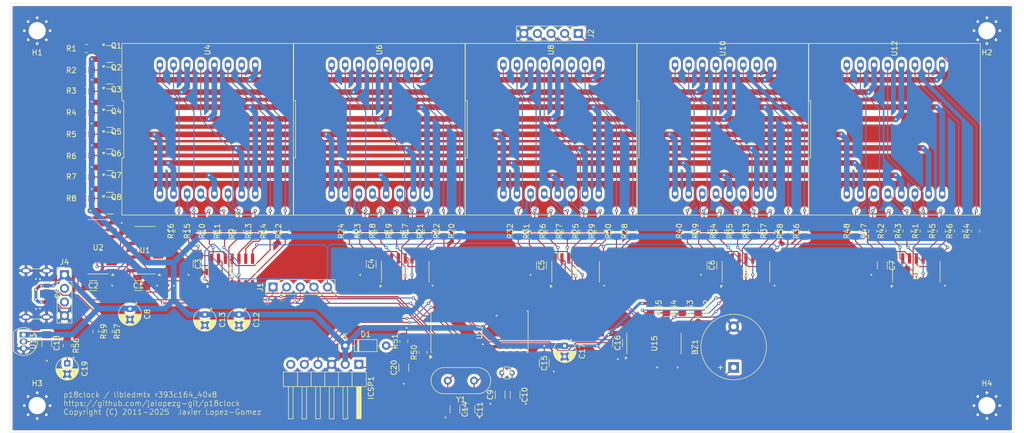
<source format=kicad_pcb>
(kicad_pcb (version 20241229) (generator "pcbnew") (generator_version "9.0")
  (layers (0 "F.Cu" signal) (2 "B.Cu" signal) (13 "F.Paste" user) (15 "B.Paste" user) (5 "F.SilkS" user "F.Silkscreen") (7 "B.SilkS" user "B.Silkscreen") (1 "F.Mask" user) (3 "B.Mask" user) (25 "Edge.Cuts" user))
  (net 0 "")
  (net 1 "VCC")
  (net 2 "GND")
  (net 3 "Net-(BZ1-+)")
  (net 4 "Net-(U14-T1OSO{slash}T13CKI{slash}RC0)")
  (net 5 "Net-(U14-~{UOE}{slash}CCP2{slash}T1OSI{slash}RC1)")
  (net 6 "Net-(U14-RA6{slash}OSC2{slash}CLKO)")
  (net 7 "Net-(U14-OSC1{slash}CLKI)")
  (net 8 "Net-(Q1-D)")
  (net 9 "Net-(Q1-G)")
  (net 10 "Net-(Q2-G)")
  (net 11 "Net-(Q2-D)")
  (net 12 "Net-(Q3-D)")
  (net 13 "Net-(Q3-G)")
  (net 14 "Net-(Q4-G)")
  (net 15 "Net-(Q4-D)")
  (net 16 "Net-(Q5-D)")
  (net 17 "Net-(Q5-G)")
  (net 18 "Net-(Q6-D)")
  (net 19 "Net-(Q6-G)")
  (net 20 "Net-(Q7-G)")
  (net 21 "Net-(Q7-D)")
  (net 22 "Net-(Q8-D)")
  (net 23 "Net-(Q8-G)")
  (net 24 "Net-(U2-~{Y0})")
  (net 25 "Net-(U2-~{Y1})")
  (net 26 "Net-(U2-~{Y2})")
  (net 27 "Net-(U2-~{Y3})")
  (net 28 "Net-(U2-~{Y4})")
  (net 29 "Net-(U2-~{Y5})")
  (net 30 "Net-(U2-~{Y6})")
  (net 31 "Net-(U2-~{Y7})")
  (net 32 "Net-(U4-C1)")
  (net 33 "Net-(U3-Q0)")
  (net 34 "Net-(U3-Q1)")
  (net 35 "Net-(U4-C2)")
  (net 36 "Net-(U3-Q2)")
  (net 37 "Net-(U4-C3)")
  (net 38 "Net-(U3-Q3)")
  (net 39 "Net-(U4-C4)")
  (net 40 "Net-(U3-Q4)")
  (net 41 "Net-(U4-C5)")
  (net 42 "Net-(U4-C6)")
  (net 43 "Net-(U3-Q5)")
  (net 44 "Net-(U3-Q6)")
  (net 45 "Net-(U4-C7)")
  (net 46 "Net-(U4-C8)")
  (net 47 "Net-(U3-Q7)")
  (net 48 "Net-(U6-C1)")
  (net 49 "Net-(U5-Q0)")
  (net 50 "Net-(U6-C2)")
  (net 51 "Net-(U5-Q1)")
  (net 52 "Net-(U5-Q2)")
  (net 53 "Net-(U6-C3)")
  (net 54 "Net-(U6-C4)")
  (net 55 "Net-(U5-Q3)")
  (net 56 "Net-(U5-Q4)")
  (net 57 "Net-(U6-C5)")
  (net 58 "Net-(U6-C6)")
  (net 59 "Net-(U5-Q5)")
  (net 60 "Net-(U6-C7)")
  (net 61 "Net-(U5-Q6)")
  (net 62 "Net-(U5-Q7)")
  (net 63 "Net-(U6-C8)")
  (net 64 "Net-(U7-Q0)")
  (net 65 "Net-(U8-C1)")
  (net 66 "Net-(U8-C2)")
  (net 67 "Net-(U7-Q1)")
  (net 68 "Net-(U8-C3)")
  (net 69 "Net-(U7-Q2)")
  (net 70 "Net-(U7-Q3)")
  (net 71 "Net-(U8-C4)")
  (net 72 "Net-(U8-C5)")
  (net 73 "Net-(U7-Q4)")
  (net 74 "Net-(U8-C6)")
  (net 75 "Net-(U7-Q5)")
  (net 76 "Net-(U7-Q6)")
  (net 77 "Net-(U8-C7)")
  (net 78 "Net-(U8-C8)")
  (net 79 "Net-(U7-Q7)")
  (net 80 "Net-(U10-C1)")
  (net 81 "Net-(U9-Q0)")
  (net 82 "Net-(U9-Q1)")
  (net 83 "Net-(U10-C2)")
  (net 84 "Net-(U9-Q2)")
  (net 85 "Net-(U10-C3)")
  (net 86 "Net-(U9-Q3)")
  (net 87 "Net-(U10-C4)")
  (net 88 "Net-(U10-C5)")
  (net 89 "Net-(U9-Q4)")
  (net 90 "Net-(U9-Q5)")
  (net 91 "Net-(U10-C6)")
  (net 92 "Net-(U9-Q6)")
  (net 93 "Net-(U10-C7)")
  (net 94 "Net-(U10-C8)")
  (net 95 "Net-(C19-Pad1)")
  (net 99 "Net-(U1B-Q2)")
  (net 102 "Net-(U1B-Q1)")
  (net 105 "Net-(U1B-Q0)")
  (net 106 "Net-(D1-A)")
  (net 107 "Net-(ICSP1-Pin_5)")
  (net 108 "Net-(ICSP1-Pin_1)")
  (net 110 "Net-(ICSP1-Pin_4)")
  (net 111 "/r393c164_40x8/RRST")
  (net 112 "/r393c164_40x8/RCLK")
  (net 113 "/r393c164_40x8/CDAT")
  (net 114 "/r393c164_40x8/CCLK")
  (net 115 "/r393c164_40x8/RENA")
  (net 116 "Net-(J2-Pin_1)")
  (net 117 "Net-(J2-Pin_3)")
  (net 118 "Net-(J2-Pin_4)")
  (net 119 "Net-(J2-Pin_2)")
  (net 120 "Net-(J3-CC1)")
  (net 121 "Net-(J3-CC2)")
  (net 124 "Net-(U11-DSA)")
  (net 125 "Net-(U12-C1)")
  (net 126 "Net-(U11-Q0)")
  (net 127 "Net-(U11-Q1)")
  (net 128 "Net-(U12-C2)")
  (net 129 "Net-(U11-Q2)")
  (net 130 "Net-(U12-C3)")
  (net 131 "Net-(U11-Q3)")
  (net 132 "Net-(U12-C4)")
  (net 133 "Net-(U11-Q4)")
  (net 134 "Net-(U12-C5)")
  (net 135 "Net-(U11-Q5)")
  (net 136 "Net-(U12-C6)")
  (net 137 "Net-(U12-C7)")
  (net 138 "Net-(U11-Q6)")
  (net 139 "Net-(U12-C8)")
  (net 140 "Net-(U11-Q7)")
  (net 141 "Net-(U13-V_{OUT})")
  (net 142 "Net-(U14-RB0{slash}AN12{slash}INT0{slash}FLT0{slash}SDI{slash}SDA)")
  (net 143 "Net-(U14-RB2{slash}AN8{slash}INT2{slash}VMO)")
  (net 150 "Net-(U14-RB3{slash}AN9{slash}CCP2{slash}VPO)")
  (net 152 "Net-(U14-RB1{slash}AN10{slash}INT1{slash}SCK{slash}SCL)")
  (footprint "Capacitor_SMD:C_1206_3216Metric_Pad1.33x1.80mm_HandSolder" (layer "F.Cu") (at 151.298333 134.9005 90)
    (property "Reference" "C9")
    (property "Value" "12pF")
  )
  (footprint "MountingHole:MountingHole_3.2mm_M3_Pad_Via" (layer "F.Cu") (at 242 136.906)
    (property "Reference" "H4")
    (property "Value" "MountingHole_Pad")
  )
  (footprint "Capacitor_THT:CP_Radial_D4.0mm_P2.00mm" (layer "F.Cu") (at 102.616 119.931401 -90)
    (property "Reference" "C12")
    (property "Value" "4.7uF")
  )
  (footprint "Connector_PinHeader_2.54mm:PinHeader_1x06_P2.54mm_Horizontal" (layer "F.Cu") (at 124.968 129.219 -90)
    (property "Reference" "ICSP1")
    (property "Value" "Conn_01x06_Pin")
  )
  (footprint "Display_DotMatrix:KYX-1088AB" (layer "F.Cu") (at 128.778 85.406)
    (property "Reference" "U6")
    (property "Value" "KYX-1088B")
  )
  (footprint "Resistor_SMD:R_0805_2012Metric_Pad1.20x1.40mm_HandSolder" (layer "F.Cu") (at 74.184 82.332286)
    (property "Reference" "R4")
    (property "Value" "47")
  )
  (footprint "Diode_THT:D_DO-35_SOD27_P7.62mm_Horizontal" (layer "F.Cu") (at 122.428 125.73)
    (property "Reference" "D1")
    (property "Value" "1N4148")
  )
  (footprint "Resistor_SMD:R_0805_2012Metric_Pad1.20x1.40mm_HandSolder" (layer "F.Cu") (at 102.761143 104.394 -90)
    (property "Reference" "R9")
    (property "Value" "82")
  )
  (footprint "Resistor_SMD:R_0805_2012Metric_Pad1.20x1.40mm_HandSolder" (layer "F.Cu") (at 91.44 104.394 -90)
    (property "Reference" "R16")
    (property "Value" "82")
  )
  (footprint "Resistor_SMD:R_0805_2012Metric_Pad1.20x1.40mm_HandSolder" (layer "F.Cu") (at 189.302571 104.378 -90)
    (property "Reference" "R39")
    (property "Value" "82")
  )
  (footprint "Capacitor_SMD:C_1206_3216Metric_Pad1.33x1.80mm_HandSolder" (layer "F.Cu") (at 83.8585 114.554)
    (property "Reference" "C1")
    (property "Value" "100nF")
  )
  (footprint "Connector_PinHeader_2.54mm:PinHeader_1x04_P2.54mm_Vertical" (layer "F.Cu") (at 70.104 112.522)
    (property "Reference" "J4")
    (property "Value" "Conn_01x04_Pin")
  )
  (footprint "Crystal:Crystal_C26-LF_D2.1mm_L6.5mm_Vertical" (layer "F.Cu") (at 151.618333 130.798)
    (property "Reference" "Y2")
    (property "Value" "32.768kHz")
  )
  (footprint "Package_TO_SOT_SMD:SOT-23" (layer "F.Cu") (at 78.5645 91.559714)
    (property "Reference" "Q6")
    (property "Value" "IRLML6401")
  )
  (footprint "Resistor_SMD:R_0805_2012Metric_Pad1.20x1.40mm_HandSolder" (layer "F.Cu") (at 126.129143 104.378 -90)
    (property "Reference" "R23")
    (property "Value" "82")
  )
  (footprint "MountingHole:MountingHole_3.2mm_M3_Pad_Via" (layer "F.Cu") (at 65.022 136.906)
    (property "Reference" "H3")
    (property "Value" "MountingHole_Pad")
  )
  (footprint "Resistor_SMD:R_0805_2012Metric_Pad1.20x1.40mm_HandSolder" (layer "F.Cu") (at 132.007429 104.378 -90)
    (property "Reference" "R19")
    (property "Value" "82")
  )
  (footprint "Resistor_SMD:R_0805_2012Metric_Pad1.20x1.40mm_HandSolder" (layer "F.Cu") (at 198.664286 104.378 -90)
    (property "Reference" "R33")
    (property "Value" "82")
  )
  (footprint "Resistor_SMD:R_0805_2012Metric_Pad1.20x1.40mm_HandSolder" (layer "F.Cu") (at 188.174 118.634 -90)
    (property "Reference" "R52")
    (property "Value" "22k")
  )
  (footprint "Capacitor_SMD:C_1206_3216Metric_Pad1.33x1.80mm_HandSolder" (layer "F.Cu") (at 75.4765 114.554)
    (property "Reference" "C2")
    (property "Value" "100nF")
  )
  (footprint "Resistor_SMD:R_0805_2012Metric_Pad1.20x1.40mm_HandSolder" (layer "F.Cu") (at 123.19 104.378 -90)
    (property "Reference" "R24")
    (property "Value" "82")
  )
  (footprint "Package_TO_SOT_SMD:SOT-23" (layer "F.Cu") (at 78.5645 71.374)
    (property "Reference" "Q1")
    (property "Value" "IRLML6401")
  )
  (footprint "Package_TO_SOT_SMD:SOT-23" (layer "F.Cu") (at 78.5645 83.485429)
    (property "Reference" "Q4")
    (property "Value" "IRLML6401")
  )
  (footprint "Crystal:Crystal_HC18-U_Vertical" (layer "F.Cu") (at 146.431 132.256 180)
    (property "Reference" "Y1")
    (property "Value" "8MHz")
  )
  (footprint "Capacitor_SMD:C_1206_3216Metric_Pad1.33x1.80mm_HandSolder" (layer "F.Cu") (at 159.004 110.7825 -90)
    (property "Reference" "C5")
    (property "Value" "100nF")
  )
  (footprint "Resistor_SMD:R_0805_2012Metric_Pad1.20x1.40mm_HandSolder" (layer "F.Cu") (at 74.184 86.323714)
    (property "Reference" "R5")
    (property "Value" "47")
  )
  (footprint "Capacitor_SMD:C_1206_3216Metric_Pad1.33x1.80mm_HandSolder" (layer "F.Cu") (at 159.512 128.9935 -90)
    (property "Reference" "C15")
    (property "Value" "100nF")
  )
  (footprint "Resistor_SMD:R_0805_2012Metric_Pad1.20x1.40mm_HandSolder" (layer "F.Cu") (at 182.274 118.634 -90)
    (property "Reference" "R54")
    (property "Value" "22k")
  )
  (footprint "Resistor_SMD:R_0805_2012Metric_Pad1.20x1.40mm_HandSolder" (layer "F.Cu") (at 201.784857 104.378 -90)
    (property "Reference" "R37")
    (property "Value" "82")
  )
  (footprint "Buzzer_Beeper:Buzzer_12x9.5RM7.6" (layer "F.Cu") (at 194.818 129.784 90)
    (property "Reference" "BZ1")
    (property "Value" "Buzzer")
  )
  (footprint "MountingHole:MountingHole_3.2mm_M3_Pad_Via" (layer "F.Cu") (at 242 67.04)
    (property "Reference" "H2")
    (property "Value" "MountingHole_Pad")
  )
  (footprint "Capacitor_THT:CP_Radial_D4.0mm_P2.00mm" (layer "F.Cu") (at 82.296 118.872 -90)
    (property "Reference" "C8")
    (property "Value" "4.7uF")
  )
  (footprint "Package_SO:SOIC-28W_7.5x17.9mm_P1.27mm" (layer "F.Cu") (at 147.447 123.112 90)
    (property "Reference" "U14")
    (property "Value" "PIC18F2550-ISO")
  )
  (footprint "Resistor_SMD:R_0805_2012Metric_Pad1.20x1.40mm_HandSolder" (layer "F.Cu") (at 140.824857 104.378 -90)
    (property "Reference" "R22")
    (property "Value" "82")
  )
  (footprint "Resistor_SMD:R_0805_2012Metric_Pad1.20x1.40mm_HandSolder" (layer "F.Cu") (at 172.974 104.41 -90)
    (property "Reference" "R30")
    (property "Value" "82")
  )
  (footprint "Resistor_SMD:R_0805_2012Metric_Pad1.20x1.40mm_HandSolder" (layer "F.Cu") (at 97.100571 104.394 -90)
    (property "Reference" "R10")
    (property "Value" "82")
  )
  (footprint "Display_DotMatrix:KYX-1088AB" (layer "F.Cu") (at 160.782 85.406)
    (property "Reference" "U8")
    (property "Value" "KYX-1088B")
  )
  (footprint "Resistor_SMD:R_0805_2012Metric_Pad1.20x1.40mm_HandSolder" (layer "F.Cu") (at 94.270286 104.394 -90)
    (property "Reference" "R15")
    (property "Value" "82")
  )
  (footprint "Capacitor_SMD:C_1206_3216Metric_Pad1.33x1.80mm_HandSolder" (layer "F.Cu") (at 190.754 110.7825 -90)
    (property "Reference" "C6")
    (property "Value" "100nF")
  )
  (footprint "Resistor_SMD:R_0805_2012Metric_Pad1.20x1.40mm_HandSolder" (layer "F.Cu") (at 223.919143 104.394 -90)
    (property "Reference" "R42")
    (property "Value" "82")
  )
  (footprint "Capacitor_SMD:C_1206_3216Metric_Pad1.33x1.80mm_HandSolder" (layer "F.Cu") (at 94.996 110.5285 -90)
    (property "Reference" "C3")
    (property "Value" "100nF")
  )
  (footprint "Capacitor_SMD:C_1206_3216Metric_Pad1.33x1.80mm_HandSolder" (layer "F.Cu") (at 154.092333 134.9005 90)
    (property "Reference" "C10")
    (property "Value" "12pF")
  )
  (footprint "Resistor_SMD:R_0805_2012Metric_Pad1.20x1.40mm_HandSolder" (layer "F.Cu") (at 217.532857 104.394 -90)
    (property "Reference" "R48")
    (property "Value" "82")
  )
  (footprint "Resistor_SMD:R_0805_2012Metric_Pad1.20x1.40mm_HandSolder" (layer "F.Cu") (at 108.421714 104.394 -90)
    (property "Reference" "R14")
    (property "Value" "82")
  )
  (footprint "Capacitor_SMD:C_1206_3216Metric_Pad1.33x1.80mm_HandSolder" (layer "F.Cu") (at 127.254 110.5285 -90)
    (property "Reference" "C4")
    (property "Value" "100nF")
  )
  (footprint "Resistor_SMD:R_0805_2012Metric_Pad1.20x1.40mm_HandSolder" (layer "F.Cu") (at 195.543714 104.378 -90)
    (property "Reference" "R35")
    (property "Value" "82")
  )
  (footprint "Connector_USB:USB_C_Receptacle_GCT_USB4125-xx-x-0190_6P_TopMnt_Horizontal" (layer "F.Cu") (at 63.722 116.082 -90)
    (property "Reference" "J3")
    (property "Value" "USB_C_Receptacle_PowerOnly_6P")
  )
  (footprint "Resistor_SMD:R_0805_2012Metric_Pad1.20x1.40mm_HandSolder" (layer "F.Cu") (at 239.884857 104.394 -90)
    (property "Reference" "R44")
    (property "Value" "82")
  )
  (footprint "Capacitor_SMD:C_1206_3216Metric_Pad1.33x1.80mm_HandSolder" (layer "F.Cu") (at 145.669 137.6285 -90)
    (property "Reference" "C11")
    (property "Value" "22pF")
  )
  (footprint "Resistor_SMD:R_0603_1608Metric_Pad0.98x0.95mm_HandSolder" (layer "F.Cu") (at 78.486 123.0865 -90)
    (property "Reference" "R57")
    (property "Value" "5k1")
  )
  (footprint "Resistor_SMD:R_0805_2012Metric_Pad1.20x1.40mm_HandSolder" (layer "F.Cu") (at 233.498571 104.394 -90)
    (property "Reference" "R45")
    (property "Value" "82")
  )
  (footprint "Resistor_SMD:R_0805_2012Metric_Pad1.20x1.40mm_HandSolder" (layer "F.Cu") (at 236.691714 104.394 -90)
    (property "Reference" "R46")
    (property "Value" "82")
  )
  (footprint "Package_TO_SOT_SMD:SOT-23" (layer "F.Cu") (at 78.5645 99.634)
    (property "Reference" "Q8")
    (property "Value" "IRLML6401")
  )
  (footprint "Resistor_SMD:R_0805_2012Metric_Pad1.20x1.40mm_HandSolder" (layer "F.Cu") (at 99.930857 104.394 -90)
    (property "Reference" "R11")
    (property "Value" "82")
  )
  (footprint "Resistor_SMD:R_0805_2012Metric_Pad1.20x1.40mm_HandSolder" (layer "F.Cu") (at 74.184 90.315143)
    (property "Reference" "R6")
    (property "Value" "47")
  )
  (footprint "Capacitor_THT:CP_Radial_D4.0mm_P2.00mm" (layer "F.Cu") (at 163.322 125.7685 -90)
    (property "Reference" "C17")
    (property "Value" "0.1uF")
  )
  (footprint "Resistor_SMD:R_0805_2012Metric_Pad1.20x1.40mm_HandSolder" (layer "F.Cu") (at 179.324 118.634 -90)
    (property "Reference" "R55")
    (property "Value" "22k")
  )
  (footprint "Resistor_SMD:R_0805_2012Metric_Pad1.20x1.40mm_HandSolder" (layer "F.Cu") (at 74.184 98.298)
    (property "Reference" "R8")
    (property "Value" "47")
  )
  (footprint "Resistor_SMD:R_0805_2012Metric_Pad1.20x1.40mm_HandSolder" (layer "F.Cu") (at 208.026 104.41 -90)
    (property "Reference" "R36")
    (property "Value" "82")
  )
  (footprint "MountingHole:MountingHole_3.2mm_M3_Pad_Via" (layer "F.Cu") (at 65.022 67.04)
    (property "Reference" "H1")
    (property "Value" "MountingHole_Pad")
  )
  (footprint "Package_TO_SOT_THT:TO-92_Inline" (layer "F.Cu") (at 62.484 123.698 -90)
    (property "Reference" "U13")
    (property "Value" "LM35-LP")
  )
  (footprint "Capacitor_SMD:C_1206_3216Metric_Pad1.33x1.80mm_HandSolder" (layer "F.Cu") (at 173.186667 125.222 -90)
    (property "Reference" "C16")
    (property "Value" "100nF")
  )
  (footprint "Resistor_SMD:R_0805_2012Metric_Pad1.20x1.40mm_HandSolder" (layer "F.Cu") (at 143.764 104.378 -90)
    (property "Reference" "R20")
    (property "Value" "82")
  )
  (footprint "Capacitor_THT:CP_Radial_D4.0mm_P2.00mm" (layer "F.Cu") (at 70.612 129.032 -90)
    (property "Reference" "C19")
    (property "Value" "1uF")
  )
  (footprint "Package_TO_SOT_SMD:SOT-23" (layer "F.Cu") (at 78.5645 79.448286)
    (property "Reference" "Q3")
    (property "Value" "IRLML6401")
  )
  (footprint "Package_SO:SOIC-14_3.9x8.7mm_P1.27mm" (layer "F.Cu") (at 101.346 112.004 90)
    (property "Reference" "U3")
    (property "Value" "74HC164 / CD54ACT164")
  )
  (footprint "Resistor_SMD:R_0805_2012Metric_Pad1.20x1.40mm_HandSolder" (layer "F.Cu") (at 154.686 104.41 -90)
    (property "Reference" "R32")
    (property "Value" "82")
  )
  (footprint "Resistor_SMD:R_0805_2012Metric_Pad1.20x1.40mm_HandSolder" (layer "F.Cu") (at 74.184 94.306571)
    (property "Reference" "R7")
    (property "Value" "47")
  )
  (footprint "Connector_PinHeader_2.54mm:PinHeader_1x05_P2.54mm_Vertical" (layer "F.Cu") (at 165.862 67.564 -90)
    (property "Reference" "J2")
    (property "Value" "Conn_01x05_Pin")
  )
  (footprint "Resistor_SMD:R_0805_2012Metric_Pad1.20x1.40mm_HandSolder" (layer "F.Cu") (at 111.252 104.394 -90)
    (property "Reference" "R12")
    (property "Value" "82")
  )
  (footprint "Resistor_SMD:R_0805_2012Metric_Pad1.20x1.40mm_HandSolder" (layer "F.Cu") (at 134.946571 104.378 -90)
    (property "Reference" "R17")
    (property "Value" "82")
  )
  (footprint "Resistor_SMD:R_0805_2012Metric_Pad1.20x1.40mm_HandSolder" (layer "F.Cu") (at 105.591429 104.394 -90)
    (property "Reference" "R13")
    (property "Value" "82")
  )
  (footprint "Resistor_SMD:R_0805_2012Metric_Pad1.20x1.40mm_HandSolder" (layer "F.Cu") (at 163.83 104.41 -90)
    (property "Reference" "R27")
    (property "Value" "82")
  )
  (footprint "Resistor_SMD:R_0805_2012Metric_Pad1.20x1.40mm_HandSolder" (layer "F.Cu") (at 230.305428 104.394 -90)
    (property "Reference" "R41")
    (property "Value" "82")
  )
  (footprint "Resistor_SMD:R_0805_2012Metric_Pad1.20x1.40mm_HandSolder" (layer "F.Cu") (at 176.022 104.41 -90)
    (property "Reference" "R28")
    (property "Value" "82")
  )
  (footprint "Resistor_SMD:R_0805_2012Metric_Pad1.20x1.40mm_HandSolder" (layer "F.Cu") (at 74.184 70.358)
    (property "Reference" "R1")
    (property "Value" "47")
  )
  (footprint "Resistor_SMD:R_0805_2012Metric_Pad1.20x1.40mm_HandSolder" (layer "F.Cu") (at 186.182 104.378 -90)
    (property "Reference" "R40")
    (property "Value" "82")
  )
  (footprint "Capacitor_SMD:C_1206_3216Metric_Pad1.33x1.80mm_HandSolder" (layer "F.Cu") (at 222.504 110.7825 -90)
    (property "Reference" "C7")
    (property "Value" "100nF")
  )
  (footprint "Resistor_SMD:R_0805_2012Metric_Pad1.20x1.40mm_HandSolder" (layer "F.Cu") (at 185.224 118.634 -90)
    (property "Reference" "R53")
    (property "Value" "22k")
  )
  (footprint "Display_DotMatrix:KYX-1088AB" (layer "F.Cu") (at 96.774 85.406)
    (property "Reference" "U4")
    (property "Value" "KYX-1088B")
  )
  (footprint "Package_TO_SOT_SMD:SOT-23" (layer "F.Cu") (at 78.5645 75.411143)
    (property "Reference" "Q2")
    (property "Value" "IRLML6401")
  )
  (footprint "Resistor_SMD:R_0603_1608Metric_Pad0.98x0.95mm_HandSolder" (layer "F.Cu") (at 75.946 123.0865 -90)
    (property "Reference" "R49")
    (property "Value" "5k1")
  )
  (footprint "Resistor_SMD:R_0805_2012Metric_Pad1.20x1.40mm_HandSolder" (layer "F.Cu") (at 204.905429 104.41 -90)
    (property "Reference" "R38")
    (property "Value" "82")
  )
  (footprint "Resistor_SMD:R_0805_2012Metric_Pad1.20x1.40mm_HandSolder" (layer "F.Cu") (at 157.734 104.41 -90)
    (property "Reference" "R31")
    (property "Value" "82")
  )
  (footprint "Package_SO:SOIC-14_3.9x8.7mm_P1.27mm" (layer "F.Cu") (at 165.354 111.949 90)
    (property "Reference" "U7")
    (property "Value" "74HC164 / CD54ACT164")
  )
  (footprint "Resistor_SMD:R_0805_2012Metric_Pad1.20x1.40mm_HandSolder" (layer "F.Cu") (at 227.112286 104.394 -90)
    (property "Reference" "R43")
    (property "Value" "82")
  )
  (footprint "Resistor_SMD:R_0805_2012Metric_Pad1.20x1.40mm_HandSolder" (layer "F.Cu") (at 74.184 74.349429)
    (property "Reference" "R2")
    (property "Value" "47")
  )
  (footprint "Package_SO:SOIC-14_3.9x8.7mm_P1.27mm" (layer "F.Cu") (at 85.09 107.95 180)
    (property "Reference" "U1")
    (property "Value" "74HC393")
  )
  (footprint "Resistor_SMD:R_0805_2012Metric_Pad1.20x1.40mm_HandSolder" (layer "F.Cu") (at 220.726 104.394 -90)
    (property "Reference" "R47")
    (property "Value" "82")
  )
  (footprint "Display_DotMatrix:KYX-1088AB" (layer "F.Cu") (at 224.79 85.406)
    (property "Reference" "U12")
    (property "Value" "KYX-1088B")
  )
  (footprint "Display_DotMatrix:KYX-1088AB" (layer "F.Cu") (at 192.786 85.406)
    (property "Reference" "U10")
    (property "Value" "KYX-1088B")
  )
  (footprint "Package_SO:SOIC-16_3.9x9.9mm_P1.27mm" (layer "F.Cu") (at 179.959 125.342 90)
    (property "Reference" "U15")
    (property "Value" "74LS148")
  )
  (footprint "Resistor_SMD:R_0805_2012Metric_Pad1.20x1.40mm_HandSolder" (layer "F.Cu") (at 136.906 126.984 90)
    (property "Reference" "R50")
    (property "Value" "1k8")
  )
  (footprint "Resistor_SMD:R_0805_2012Metric_Pad1.20x1.40mm_HandSolder" (layer "F.Cu") (at 137.885714 104.378 -90)
    (property "Reference" "R21")
    (property "Value" "82")
  )
  (footprint "Package_TO_SOT_SMD:SOT-23" (layer "F.Cu") (at 78.5645 87.522571)
    (property "Reference" "Q5")
    (property "Value" "IRLML6401")
  )
  (footprint "Capacitor_THT:CP_Radial_D4.0mm_P2.00mm" (layer "F.Cu") (at 96.266 119.931401 -90)
    (property "Reference" "C13")
    (property "Value" "4.7uF")
  )
  (footprint "Package_SO:SOIC-16_3.9x9.9mm_P1.27mm" (layer "F.Cu") (at 76.389 107.315 180)
    (property "Reference" "U2")
    (property "Value" "74HC138")
  )
  (footprint "Package_SO:SOIC-14_3.9x8.7mm_P1.27mm" (layer "F.Cu") (at 133.604 111.949 90)
    (property "Reference" "U5")
    (property "Value" "74HC164 / CD54ACT164")
  )
  (footprint "Package_TO_SOT_SMD:SOT-23" (layer "F.Cu") (at 78.5645 95.596857)
    (property "Reference" "Q7")
    (property "Value" "IRLML6401")
  )
  (footprint "Resistor_SMD:R_0805_2012Metric_Pad1.20x1.40mm_HandSolder" (layer "F.Cu") (at 74.184 78.340857)
    (property "Reference" "R3")
    (property "Value" "47")
  )
  (footprint "Resistor_SMD:R_0805_2012Metric_Pad1.20x1.40mm_HandSolder" (layer "F.Cu") (at 166.878 104.41 -90)
    (property "Reference" "R25")
    (property "Value" "82")
  )
  (footprint "Capacitor_SMD:C_1206_3216Metric_Pad1.33x1.80mm_HandSolder" (layer "F.Cu") (at 66.802 125.2605 -90)
    (property "Reference" "C18")
    (property "Value" "100nF")
  )
  (footprint "Resistor_SMD:R_0805_2012Metric_Pad1.20x1.40mm_HandSolder" (layer "F.Cu") (at 133.35 124.952 90)
    (property "Reference" "R51")
    (property "Value" "10k")
  )
  (footprint "Resistor_SMD:R_0805_2012Metric_Pad1.20x1.40mm_HandSolder" (layer "F.Cu") (at 192.423143 104.378 -90)
    (property "Reference" "R34")
    (property "Value" "82")
  )
  (footprint "Capacitor_SMD:C_1206_3216Metric_Pad1.33x1.80mm_HandSolder" (layer "F.Cu") (at 142.875 137.6285 -90)
    (property "Reference" "C14")
    (property "Value" "22pF")
  )
  (footprint "Resistor_SMD:R_0805_2012Metric_Pad1.20x1.40mm_HandSolder" (layer "F.Cu") (at 70.612 125.73 -90)
    (property "Reference" "R56")
    (property "Value" "75")
  )
  (footprint "Package_SO:SOIC-14_3.9x8.7mm_P1.27mm" (layer "F.Cu") (at 228.854 111.949 90)
    (property "Reference" "U11")
    (property "Value" "74HC164 / CD54ACT164")
  )
  (footprint "Capacitor_SMD:C_1206_3216Metric_Pad1.33x1.80mm_HandSolder" (layer "F.Cu") (at 133.35 129.8325 90)
    (property "Reference" "C20")
    (property "Value" "100nF")
  )
  (footprint "Resistor_SMD:R_0805_2012Metric_Pad1.20x1.40mm_HandSolder" (layer "F.Cu") (at 169.926 104.41 -90)
    (property "Reference" "R29")
    (property "Value" "82")
  )
  (footprint "Resistor_SMD:R_0805_2012Metric_Pad1.20x1.40mm_HandSolder" (layer "F.Cu") (at 160.782 104.41 -90)
    (property "Reference" "R26")
    (property "Value" "82")
  )
  (footprint "Package_SO:SOIC-14_3.9x8.7mm_P1.27mm" (layer "F.Cu") (at 197.104 111.949 90)
    (property "Reference" "U9")
    (property "Value" "74HC164 / CD54ACT164")
  )
  (footprint "Resistor_SMD:R_0805_2012Metric_Pad1.20x1.40mm_HandSolder" (layer "F.Cu") (at 129.068286 104.378 -90)
    (property "Reference" "R18")
    (property "Value" "82")
  )
  (footprint "Connector_PinHeader_2.54mm:PinHeader_1x05_P2.54mm_Vertical" (layer "F.Cu") (at 108.966 114.808 90)
    (property "Reference" "J1")
    (property "Value" "Conn_01x05_Pin")
  )
  (gr_poly (pts (xy 59.944 61.976) (xy 247.142 61.976) (xy 247.142 141.986) (xy 59.944 141.986)) (stroke (width 0.05)) (fill no) (layer "Edge.Cuts"))
  (gr_text "p18clock / libledmtx r393c164_40x8\nhttps://github.com/jalopezg-git/p18clock\nCopyright (C) 2011-2025  Javier Lopez-Gomez" (at 69.85 138.684 0) (layer "F.SilkS") (effects (font (size 1 1) (thickness 0.1)) (justify left bottom)))
  (segment (start 173.148167 123.698) (end 173.186667 123.6595) (width 0.5334) (layer "F.Cu") (net 1))
  (segment (start 220.04084 104.493) (end 234.183731 104.493) (width 0.2) (layer "F.Cu") (net 1))
  (segment (start 156.733 105.41) (end 156.21 105.41) (width 0.2) (layer "F.Cu") (net 1))
  (segment (start 125.128143 104.79284) (end 125.128143 105.41) (width 0.2) (layer "F.Cu") (net 1))
  (segment (start 75.115 115.755) (end 81.095 115.755) (width 0.2) (layer "F.Cu") (net 1))
  (segment (start 219.725 104.80884) (end 220.04084 104.493) (width 0.2) (layer "F.Cu") (net 1))
  (segment (start 202.785857 104.79284) (end 202.785857 105.985175) (width 0.2) (layer "F.Cu") (net 1))
  (segment (start 66.802 114.562) (end 65.794 114.562) (width 0.5334) (layer "F.Cu") (net 1))
  (segment (start 66.802 117.602) (end 65.786 117.602) (width 0.5334) (layer "F.Cu") (net 1))
  (segment (start 93.585126 104.493) (end 93.269286 104.80884) (width 0.2) (layer "F.Cu") (net 1))
  (segment (start 103.886 107.666529) (end 105.257529 106.295) (width 0.2) (layer "F.Cu") (net 1))
  (segment (start 77.627 72.324) (end 75.25 72.324) (width 1.0668) (layer "F.Cu") (net 1))
  (segment (start 133.858 123.952) (end 133.858 122.428) (width 0.2) (layer "F.Cu") (net 1))
  (segment (start 175.514 127.817) (end 174.46 128.871) (width 0.2) (layer "F.Cu") (net 1))
  (segment (start 62.484 123.698) (end 66.802 123.698) (width 0.5334) (layer "F.Cu") (net 1))
  (segment (start 234.499571 105.97916) (end 231.394 109.084731) (width 0.2) (layer "F.Cu") (net 1))
  (segment (start 103.886 109.529) (end 103.886 107.666529) (width 0.2) (layer "F.Cu") (net 1))
  (segment (start 222.504 109.22) (end 219.725 106.441) (width 0.2) (layer "F.Cu") (net 1))
  (segment (start 77.627 92.509714) (end 75.237714 92.509714) (width 1.0668) (layer "F.Cu") (net 1))
  (segment (start 65.794 114.562) (end 65.786 114.554) (width 0.5334) (layer "F.Cu") (net 1))
  (segment (start 156.733 106.949) (end 156.733 105.41) (width 0.2) (layer "F.Cu") (net 1))
  (segment (start 77.627 84.435429) (end 75.291429 84.435429) (width 1.0668) (layer "F.Cu") (net 1))
  (segment (start 77.627 88.472571) (end 75.264571 88.472571) (width 1.0668) (layer "F.Cu") (net 1))
  (segment (start 179.102 117.856) (end 179.324 117.634) (width 0.5334) (layer "F.Cu") (net 1))
  (segment (start 171.45 123.698) (end 173.148167 123.698) (width 0.5334) (layer "F.Cu") (net 1))
  (segment (start 202.785857 105.985175) (end 199.644 109.127032) (width 0.2) (layer "F.Cu") (net 1))
  (segment (start 64.77 117.094) (end 64.77 115.316) (width 0.5334) (layer "F.Cu") (net 1))
  (segment (start 77.627 80.398286) (end 75.318286 80.398286) (width 1.0668) (layer "F.Cu") (net 1))
  (segment (start 125.443983 104.477) (end 125.128143 104.79284) (width 0.2) (layer "F.Cu") (net 1))
  (segment (start 77.627 96.546857) (end 75.210857 96.546857) (width 1.0668) (layer "F.Cu") (net 1))
  (segment (start 127.254 108.966) (end 129.286 108.966) (width 0.2) (layer "F.Cu") (net 1))
  (segment (start 172.482 128.871) (end 169.3795 125.7685) (width 0.2) (layer "F.Cu") (net 1))
  (segment (start 65.786 117.602) (end 65.278 117.602) (width 0.5334) (layer "F.Cu") (net 1))
  (segment (start 65.278 117.602) (end 64.77 117.094) (width 0.5334) (layer "F.Cu") (net 1))
  (segment (start 188.301571 105.41) (end 188.301571 104.79284) (width 0.2) (layer "F.Cu") (net 1))
  (segment (start 177.8 117.856) (end 179.102 117.856) (width 0.5334) (layer "F.Cu") (net 1))
  (segment (start 66.802 114.562) (end 68.064 114.562) (width 0.5334) (layer "F.Cu") (net 1))
  (segment (start 202.470017 104.477) (end 202.785857 104.79284) (width 0.2) (layer "F.Cu") (net 1))
  (segment (start 161.29 109.22) (end 161.544 109.474) (width 0.2) (layer "F.Cu") (net 1))
  (segment (start 68.064 114.562) (end 68.072 114.554) (width 0.5334) (layer "F.Cu") (net 1))
  (segment (start 138.886714 104.79284) (end 138.570874 104.477) (width 0.2) (layer "F.Cu") (net 1))
  (segment (start 106.592429 104.80884) (end 106.276589 104.493) (width 0.2) (layer "F.Cu") (net 1))
  (segment (start 199.644 109.127032) (end 199.644 109.474) (width 0.2) (layer "F.Cu") (net 1))
  (segment (start 193.04 109.22) (end 193.294 109.474) (width 0.2) (layer "F.Cu") (net 1))
  (segment (start 179.324 127.817) (end 178.054 127.817) (width 0.5334) (layer "F.Cu") (net 1))
  (segment (start 138.886714 105.96316) (end 138.886714 104.79284) (width 0.2) (layer "F.Cu") (net 1))
  (segment (start 176.784 127.817) (end 175.514 127.817) (width 0.5334) (layer "F.Cu") (net 1))
  (segment (start 156.733 104.82484) (end 157.04884 104.509) (width 0.2) (layer "F.Cu") (net 1))
  (segment (start 174.46 128.871) (end 172.482 128.871) (width 0.2) (layer "F.Cu") (net 1))
  (segment (start 188.617411 104.477) (end 202.470017 104.477) (width 0.2) (layer "F.Cu") (net 1))
  (segment (start 222.504 109.22) (end 224.79 109.22) (width 0.2) (layer "F.Cu") (net 1))
  (segment (start 82.296 114.554) (end 83.497 115.755) (width 0.2) (layer "F.Cu") (net 1))
  (segment (start 65.532 114.554) (end 64.77 115.316) (width 0.5334) (layer "F.Cu") (net 1))
  (segment (start 170.927 104.82484) (end 170.927 106.094032) (width 0.2) (layer "F.Cu") (net 1))
  (segment (start 129.286 108.966) (end 129.794 109.474) (width 0.2) (layer "F.Cu") (net 1))
  (segment (start 73.914 114.554) (end 75.115 115.755) (width 0.2) (layer "F.Cu") (net 1))
  (segment (start 188.301571 106.767571) (end 188.301571 105.41) (width 0.2) (layer "F.Cu") (net 1))
  (segment (start 219.725 106.441) (end 219.725 105.41) (width 0.2) (layer "F.Cu") (net 1))
  (segment (start 170.61116 104.509) (end 170.927 104.82484) (width 0.2) (layer "F.Cu") (net 1))
  (segment (start 75.237714 92.509714) (end 75.184 92.456) (width 1.0668) (layer "F.Cu") (net 1))
  (segment (start 106.592429 105.97916) (end 106.592429 104.80884) (width 0.2) (layer "F.Cu") (net 1))
  (segment (start 75.291429 84.435429) (end 75.184 84.328) (width 1.0668) (layer "F.Cu") (net 1))
  (segment (start 105.257529 106.295) (end 106.276589 106.295) (width 0.2) (layer "F.Cu") (net 1))
  (segment (start 159.004 109.22) (end 156.733 106.949) (width 0.2) (layer "F.Cu") (net 1))
  (segment (start 125.128143 105.41) (end 125.128143 106.840143) (width 0.2) (layer "F.Cu") (net 1))
  (segment (start 136.144 108.705874) (end 138.886714 105.96316) (width 0.2) (layer "F.Cu") (net 1))
  (segment (start 173.979167 122.867) (end 173.186667 123.6595) (width 0.5334) (layer "F.Cu") (net 1))
  (segment (start 224.79 109.22) (end 225.044 109.474) (width 0.2) (layer "F.Cu") (net 1))
  (segment (start 125.128143 105.41) (end 124.46 105.41) (width 0.2) (layer "F.Cu") (net 1))
  (segment (start 75.25 72.324) (end 75.184 72.39) (width 1.0668) (layer "F.Cu") (net 1))
  (segment (start 138.570874 104.477) (end 125.443983 104.477) (width 0.2) (layer "F.Cu") (net 1))
  (segment (start 93.269286 104.80884) (end 93.269286 107.239286) (width 0.2) (layer "F.Cu") (net 1))
  (segment (start 81.095 115.755) (end 82.296 114.554) (width 0.2) (layer "F.Cu") (net 1))
  (segment (start 136.144 109.474) (end 136.144 108.705874) (width 0.2) (layer "F.Cu") (net 1))
  (segment (start 82.615 111.76) (end 82.296 112.079) (width 0.2) (layer "F.Cu") (net 1))
  (segment (start 106.276589 106.295) (end 106.592429 105.97916) (width 0.2) (layer "F.Cu") (net 1))
  (segment (start 83.497 115.755) (end 89.292 115.755) (width 0.2) (layer "F.Cu") (net 1))
  (segment (start 149.352 118.462) (end 149.352 121.023196) (width 0.2) (layer "F.Cu") (net 1))
  (segment (start 89.292 115.755) (end 90.456 114.591) (width 0.2) (layer "F.Cu") (net 1))
  (segment (start 182.274 117.634) (end 179.324 117.634) (width 0.2) (layer "F.Cu") (net 1))
  (segment (start 93.269286 107.239286) (end 94.996 108.966) (width 0.2) (layer "F.Cu") (net 1))
  (segment (start 159.004 109.22) (end 161.29 109.22) (width 0.2) (layer "F.Cu") (net 1))
  (segment (start 65.786 114.554) (end 65.532 114.554) (width 0.5334) (layer "F.Cu") (net 1))
  (segment (start 75.318286 80.398286) (end 75.184 80.264) (width 1.0668) (layer "F.Cu") (net 1))
  (segment (start 188.174 117.634) (end 185.224 117.634) (width 0.2) (layer "F.Cu") (net 1))
  (segment (start 94.996 108.966) (end 94.996 107.188) (width 0.2) (layer "F.Cu") (net 1))
  (segment (start 231.394 109.084731) (end 231.394 109.474) (width 0.2) (layer "F.Cu") (net 1))
  (segment (start 188.301571 105.41) (end 187.706 105.41) (width 0.2) (layer "F.Cu") (net 1))
  (segment (start 66.81 114.554) (end 66.802 114.562) (width 0.5334) (layer "F.Cu") (net 1))
  (segment (start 219.725 105.41) (end 219.725 104.80884) (width 0.2) (layer "F.Cu") (net 1))
  (segment (start 97.536 109.529) (end 96.973 108.966) (width 0.2) (layer "F.Cu") (net 1))
  (segment (start 175.514 122.867) (end 173.979167 122.867) (width 0.5334) (layer "F.Cu") (net 1))
  (segment (start 190.754 109.22) (end 193.04 109.22) (width 0.2) (layer "F.Cu") (net 1))
  (segment (start 156.733 105.41) (end 156.733 104.82484) (width 0.2) (layer "F.Cu") (net 1))
  (segment (start 82.296 112.079) (end 82.296 114.554) (width 0.2) (layer "F.Cu") (net 1))
  (segment (start 157.04884 104.509) (end 170.61116 104.509) (width 0.2) (layer "F.Cu") (net 1))
  (segment (start 159.512 127.431) (end 159.512 125.7685) (width 0.2) (layer "F.Cu") (net 1))
  (segment (start 74.93 100.584) (end 77.627 100.584) (width 1.0668) (layer "F.Cu") (net 1))
  (segment (start 178.054 127.817) (end 176.784 127.817) (width 0.5334) (layer "F.Cu") (net 1))
  (segment (start 75.264571 88.472571) (end 75.184 88.392) (width 1.0668) (layer "F.Cu") (net 1))
  (segment (start 234.183731 104.493) (end 234.499571 104.80884) (width 0.2) (layer "F.Cu") (net 1))
  (segment (start 219.725 105.41) (end 218.948 105.41) (width 0.2) (layer "F.Cu") (net 1))
  (segment (start 190.754 109.22) (end 188.301571 106.767571) (width 0.2) (layer "F.Cu") (net 1))
  (segment (start 234.499571 104.80884) (end 234.499571 105.97916) (width 0.2) (layer "F.Cu") (net 1))
  (segment (start 73.914 111.76) (end 73.914 114.554) (width 0.2) (layer "F.Cu") (net 1))
  (segment (start 75.345143 76.361143) (end 75.184 76.2) (width 1.0668) (layer "F.Cu") (net 1))
  (segment (start 77.627 76.361143) (end 75.345143 76.361143) (width 1.0668) (layer "F.Cu") (net 1))
  (segment (start 170.927 106.094032) (end 167.894 109.127032) (width 0.2) (layer "F.Cu") (net 1))
  (segment (start 125.128143 106.840143) (end 127.254 108.966) (width 0.2) (layer "F.Cu") (net 1))
  (segment (start 167.894 109.127032) (end 167.894 109.474) (width 0.2) (layer "F.Cu") (net 1))
  (segment (start 149.352 121.023196) (end 147.947196 122.428) (width 0.2) (layer "F.Cu") (net 1))
  (segment (start 106.276589 104.493) (end 93.585126 104.493) (width 0.2) (layer "F.Cu") (net 1))
  (segment (start 188.301571 104.79284) (end 188.617411 104.477) (width 0.2) (layer "F.Cu") (net 1))
  (segment (start 75.210857 96.546857) (end 75.184 96.52) (width 1.0668) (layer "F.Cu") (net 1))
  (segment (start 185.224 117.634) (end 182.274 117.634) (width 0.2) (layer "F.Cu") (net 1))
  (segment (start 96.973 108.966) (end 94.996 108.966) (width 0.2) (layer "F.Cu") (net 1))
  (via (at 187.706 105.41) (size 0.6) (drill 0.3) (layers "F.Cu" "B.Cu") (net 1))
  (via (at 75.184 76.2) (size 0.6) (drill 0.3) (layers "F.Cu" "B.Cu") (net 1))
  (via (at 75.184 88.392) (size 0.6) (drill 0.3) (layers "F.Cu" "B.Cu") (net 1))
  (via (at 90.456 114.591) (size 0.6) (drill 0.3) (layers "F.Cu" "B.Cu") (net 1))
  (via (at 177.8 117.856) (size 0.6) (drill 0.3) (layers "F.Cu" "B.Cu") (net 1))
  (via (at 159.512 125.7685) (size 0.6) (drill 0.3) (layers "F.Cu" "B.Cu") (net 1))
  (via (at 75.184 72.39) (size 0.6) (drill 0.3) (layers "F.Cu" "B.Cu") (net 1))
  (via (at 75.184 96.52) (size 0.6) (drill 0.3) (layers "F.Cu" "B.Cu") (net 1))
  (via (at 75.184 92.456) (size 0.6) (drill 0.3) (layers "F.Cu" "B.Cu") (net 1))
  (via (at 171.45 123.698) (size 0.6) (drill 0.3) (layers "F.Cu" "B.Cu") (net 1))
  (via (at 169.3795 125.7685) (size 0.6) (drill 0.3) (layers "F.Cu" "B.Cu") (net 1))
  (via (at 75.184 80.264) (size 0.6) (drill 0.3) (layers "F.Cu" "B.Cu") (net 1))
  (via (at 64.77 117.094) (size 0.6) (drill 0.3) (layers "F.Cu" "B.Cu") (net 1))
  (via (at 147.947196 122.428) (size 0.6) (drill 0.3) (layers "F.Cu" "B.Cu") (net 1))
  (via (at 156.21 105.41) (size 0.6) (drill 0.3) (layers "F.Cu" "B.Cu") (net 1))
  (via (at 124.46 105.41) (size 0.6) (drill 0.3) (layers "F.Cu" "B.Cu") (net 1))
  (via (at 75.184 84.328) (size 0.6) (drill 0.3) (layers "F.Cu" "B.Cu") (net 1))
  (via (at 74.93 100.584) (size 0.6) (drill 0.3) (layers "F.Cu" "B.Cu") (net 1))
  (via (at 133.858 122.428) (size 0.6) (drill 0.3) (layers "F.Cu" "B.Cu") (net 1))
  (via (at 65.786 117.602) (size 0.6) (drill 0.3) (layers "F.Cu" "B.Cu") (net 1))
  (via (at 65.786 114.554) (size 0.6) (drill 0.3) (layers "F.Cu" "B.Cu") (net 1))
  (via (at 94.996 107.188) (size 0.6) (drill 0.3) (layers "F.Cu" "B.Cu") (net 1))
  (via (at 218.948 105.41) (size 0.6) (drill 0.3) (layers "F.Cu" "B.Cu") (net 1))
  (via (at 68.072 114.554) (size 0.6) (drill 0.3) (layers "F.Cu" "B.Cu") (net 1))
  (via (at 64.77 115.316) (size 0.6) (drill 0.3) (layers "F.Cu" "B.Cu") (net 1))
  (segment (start 102.616 119.931401) (end 116.629401 119.931401) (width 1.0668) (layer "B.Cu") (net 1))
  (segment (start 75.184 92.456) (end 75.184 96.52) (width 1.0668) (layer "B.Cu") (net 1))
  (segment (start 75.184 96.52) (end 75.184 100.33) (width 1.0668) (layer "B.Cu") (net 1))
  (segment (start 70.104 112.522) (end 68.58 114.046) (width 0.5334) (layer "B.Cu") (net 1))
  (segment (start 76.4024 118.8204) (end 71.5248 123.698) (width 1.0668) (layer "B.Cu") (net 1))
  (segment (start 156.21 105.41) (end 187.706 105.41) (width 1.0668) (layer "B.Cu") (net 1))
  (segment (start 71.5248 123.698) (end 62.484 123.698) (width 1.0668) (layer "B.Cu") (net 1))
  (segment (start 75.184 88.392) (end 75.184 92.456) (width 1.0668) (layer "B.Cu") (net 1))
  (segment (start 133.858 122.428) (end 147.947196 122.428) (width 1.0668) (layer "B.Cu") (net 1))
  (segment (start 94.996 107.188) (end 93.504 107.188) (width 0.2) (layer "B.Cu") (net 1))
  (segment (start 75.184 84.328) (end 75.184 88.392) (width 1.0668) (layer "B.Cu") (net 1))
  (segment (start 76.4024 118.8204) (end 70.104 112.522) (width 1.0668) (layer "B.Cu") (net 1))
  (segment (start 90.456 110.236) (end 85.09 110.236) (width 1.0668) (layer "B.Cu") (net 1))
  (segment (start 169.3795 125.7685) (end 171.45 123.698) (width 0.5334) (layer "B.Cu") (net 1))
  (segment (start 133.858 122.428) (end 125.73 122.428) (width 1.0668) (layer "B.Cu") (net 1))
  (segment (start 116.629401 119.931401) (end 122.428 125.73) (width 1.0668) (layer "B.Cu") (net 1))
  (segment (start 75.184 80.264) (end 75.184 84.328) (width 1.0668) (layer "B.Cu") (net 1))
  (segment (start 177.292 117.856) (end 177.8 117.856) (width 0.5334) (layer "B.Cu") (net 1))
  (segment (start 151.287696 125.7685) (end 159.512 125.7685) (width 1.0668) (layer "B.Cu") (net 1))
  (segment (start 90.456 110.236) (end 90.456 114.591) (width 1.0668) (layer "B.Cu") (net 1))
  (segment (start 93.504 107.188) (end 90.456 110.236) (width 0.2) (layer "B.Cu") (net 1))
  (segment (start 90.456 110.236) (end 95.282 105.41) (width 1.0668) (layer "B.Cu") (net 1))
  (segment (start 68.58 114.046) (end 68.072 114.554) (width 0.5334) (layer "B.Cu") (net 1))
  (segment (start 187.706 105.41) (end 218.948 105.41) (width 1.0668) (layer "B.Cu") (net 1))
  (segment (start 64.77 117.094) (end 65.278 117.602) (width 0.5334) (layer "B.Cu") (net 1))
  (segment (start 90.456 114.591) (end 90.456 117.184863) (width 1.0668) (layer "B.Cu") (net 1))
  (segment (start 64.77 115.316) (end 64.77 117.094) (width 0.5334) (layer "B.Cu") (net 1))
  (segment (start 147.947196 122.428) (end 151.287696 125.7685) (width 1.0668) (layer "B.Cu") (net 1))
  (segment (start 85.09 110.236) (end 75.184 100.33) (width 1.0668) (layer "B.Cu") (net 1))
  (segment (start 90.456 117.184863) (end 93.202538 119.931401) (width 1.0668) (layer "B.Cu") (net 1))
  (segment (start 96.266 119.931401) (end 102.616 119.931401) (width 1.0668) (layer "B.Cu") (net 1))
  (segment (start 90.456 117.184863) (end 88.820463 118.8204) (width 1.0668) (layer "B.Cu") (net 1))
  (segment (start 75.184 72.39) (end 75.184 76.2) (width 1.0668) (layer "B.Cu") (net 1))
  (segment (start 88.820463 118.8204) (end 76.4024 118.8204) (width 1.0668) (layer "B.Cu") (net 1))
  (segment (start 68.072 114.554) (end 65.786 114.554) (width 0.5334) (layer "B.Cu") (net 1))
  (segment (start 171.45 123.698) (end 177.292 117.856) (width 0.5334) (layer "B.Cu") (net 1))
  (segment (start 122.428 129.219) (end 122.428 125.73) (width 1.0668) (layer "B.Cu") (net 1))
  (segment (start 125.73 122.428) (end 122.428 125.73) (width 1.0668) (layer "B.Cu") (net 1))
  (segment (start 159.512 125.7685) (end 163.322 125.7685) (width 1.0668) (layer "B.Cu") (net 1))
  (segment (start 75.184 76.2) (end 75.184 80.264) (width 1.0668) (layer "B.Cu") (net 1))
  (segment (start 65.278 117.602) (end 65.786 117.602) (width 0.5334) (layer "B.Cu") (net 1))
  (segment (start 95.282 105.41) (end 124.46 105.41) (width 1.0668) (layer "B.Cu") (net 1))
  (segment (start 124.46 105.41) (end 156.21 105.41) (width 1.0668) (layer "B.Cu") (net 1))
  (segment (start 163.322 125.7685) (end 169.3795 125.7685) (width 0.5334) (layer "B.Cu") (net 1))
  (segment (start 93.202538 119.931401) (end 96.266 119.931401) (width 1.0668) (layer "B.Cu") (net 1))
  (segment (start 75.184 100.33) (end 74.93 100.584) (width 1.0668) (layer "B.Cu") (net 1))
  (segment (start 170.558 114.424) (end 170.688 114.554) (width 0.2) (layer "F.Cu") (net 2))
  (segment (start 148.082 127.762) (end 148.082 125.476) (width 0.5334) (layer "F.Cu") (net 2))
  (segment (start 169.164 114.424) (end 170.558 114.424) (width 0.2) (layer "F.Cu") (net 2))
  (segment (start 85.421 114.554) (end 87.376 114.554) (width 0.2) (layer "F.Cu") (net 2))
  (segment (start 138.554 114.424) (end 138.684 114.554) (width 0.2) (layer "F.Cu") (net 2))
  (segment (start 105.156 114.479) (end 106.351 114.479) (width 0.2) (layer "F.Cu") (net 2))
  (segment (start 151.298333 136.463) (end 149.59 136.463) (width 0.2) (layer "F.Cu") (net 2))
  (segment (start 137.414 114.424) (end 138.554 114.424) (width 0.2) (layer "F.Cu") (net 2))
  (segment (start 234.058 114.424) (end 234.188 114.554) (width 0.2) (layer "F.Cu") (net 2))
  (segment (start 184.404 127.817) (end 184.404 129.752667) (width 0.5334) (layer "F.Cu") (net 2))
  (segment (start 127.254 112.091) (end 125.653 112.091) (width 0.2) (layer "F.Cu") (net 2))
  (segment (start 220.649 112.345) (end 220.472 112.522) (width 0.2) (layer "F.Cu") (net 2))
  (segment (start 157.149 112.345) (end 156.972 112.522) (width 0.2) (layer "F.Cu") (net 2))
  (segment (start 190.754 112.345) (end 188.899 112.345) (width 0.2) (layer "F.Cu") (net 2))
  (segment (start 78.864 102.87) (end 80.772 102.87) (width 0.2) (layer "F.Cu") (net 2))
  (segment (start 202.308 114.424) (end 202.438 114.554) (width 0.2) (layer "F.Cu") (net 2))
  (segment (start 65.532 113.332) (end 64.818 113.332) (width 0.5334) (layer "F.Cu") (net 2))
  (segment (start 93.649 112.091) (end 93.218 112.522) (width 0.2) (layer "F.Cu") (net 2))
  (segment (start 155.972 136.463) (end 156.083 136.574) (width 0.2) (layer "F.Cu") (net 2))
  (segment (start 222.504 112.345) (end 220.649 112.345) (width 0.2) (layer "F.Cu") (net 2))
  (segment (start 149.59 136.463) (end 149.479 136.574) (width 0.2) (layer "F.Cu") (net 2))
  (segment (start 159.004 112.345) (end 157.149 112.345) (width 0.2) (layer "F.Cu") (net 2))
  (segment (start 78.864 107.95) (end 76.962 107.95) (width 0.2) (layer "F.Cu") (net 2))
  (segment (start 78.864 106.68) (end 78.864 107.95) (width 0.2) (layer "F.Cu") (net 2))
  (segment (start 125.653 112.091) (end 125.222 112.522) (width 0.2) (layer "F.Cu") (net 2))
  (segment (start 180.594 129.752667) (end 180.552667 129.794) (width 0.5334) (layer "F.Cu") (net 2))
  (segment (start 77.039 114.554) (end 78.994 114.554) (width 0.2) (layer "F.Cu") (net 2))
  (segment (start 94.996 112.091) (end 93.649 112.091) (width 0.2) (layer "F.Cu") (net 2))
  (segment (start 154.092333 136.463) (end 155.972 136.463) (width 0.2) (layer "F.Cu") (net 2))
  (segment (start 106.351 114.479) (end 106.426 114.554) (width 0.2) (layer "F.Cu") (net 2))
  (segment (start 173.186667 128.228667) (end 173.228 128.27) (width 0.2) (layer "F.Cu") (net 2))
  (segment (start 87.565 104.14) (end 89.408 104.14) (width 0.2) (layer "F.Cu") (net 2))
  (segment (start 66.802 118.832) (end 65.532 118.832) (width 0.5334) (layer "F.Cu") (net 2))
  (segment (start 142.875 139.191) (end 141.174 139.191) (width 0.2) (layer "F.Cu") (net 2))
  (segment (start 173.186667 126.7845) (end 173.186667 128.228667) (width 0.2) (layer "F.Cu") (net 2))
  (segment (start 147.37 139.191) (end 147.447 139.114) (width 0.2) (layer "F.Cu") (net 2))
  (segment (start 200.914 114.424) (end 202.308 114.424) (width 0.2) (layer "F.Cu") (net 2))
  (segment (start 64.81 118.832) (end 64.77 118.872) (width 0.5334) (layer "F.Cu") (net 2))
  (segment (start 180.594 127.817) (end 180.594 129.752667) (width 0.5334) (layer "F.Cu") (net 2))
  (segment (start 159.512 130.556) (end 161.29 130.556) (width 0.2) (layer "F.Cu") (net 2))
  (segment (start 184.404 129.752667) (end 184.362667 129.794) (width 0.5334) (layer "F.Cu") (net 2))
  (segment (start 64.818 113.332) (end 64.77 113.284) (width 0.5334) (layer "F.Cu") (net 2))
  (segment (start 66.802 126.823) (end 66.802 128.524) (width 0.2) (layer "F.Cu") (net 2))
  (segment (start 188.899 112.345) (end 188.722 112.522) (width 0.2) (layer "F.Cu") (net 2))
  (segment (start 66.802 113.332) (end 65.532 113.332) (width 0.5334) (layer "F.Cu") (net 2))
  (segment (start 150.622 118.462) (end 150.622 120.142) (width 0.5334) (layer "F.Cu") (net 2))
  (segment (start 141.174 139.191) (end 141.097 139.114) (width 0.2) (layer "F.Cu") (net 2))
  (segment (start 65.532 118.832) (end 64.81 118.832) (width 0.5334) (layer "F.Cu") (net 2))
  (segment (start 232.664 114.424) (end 234.058 114.424) (width 0.2) (layer "F.Cu") (net 2))
  (segment (start 145.669 139.191) (end 147.37 139.191) (width 0.2) (layer "F.Cu") (net 2))
  (segment (start 133.35 131.395) (end 133.35 132.842) (width 0.2) (layer "F.Cu") (net 2))
  (via (at 65.532 113.332) (size 0.6) (drill 0.3) (layers "F.Cu" "B.Cu") (net 2))
  (via (at 106.426 114.554) (size 0.6) (drill 0.3) (layers "F.Cu" "B.Cu") (net 2))
  (via (at 65.532 118.832) (size 0.6) (drill 0.3) (layers "F.Cu" "B.Cu") (net 2))
  (via (at 64.77 113.284) (size 0.6) (drill 0.3) (layers "F.Cu" "B.Cu") (net 2))
  (via (at 202.438 114.554) (size 0.6) (drill 0.3) (layers "F.Cu" "B.Cu") (net 2))
  (via (at 170.688 114.554) (size 0.6) (drill 0.3) (layers "F.Cu" "B.Cu") (net 2))
  (via (at 220.472 112.522) (size 0.6) (drill 0.3) (layers "F.Cu" "B.Cu") (net 2))
  (via (at 93.218 112.522) (size 0.6) (drill 0.3) (layers "F.Cu" "B.Cu") (net 2))
  (via (at 234.188 114.554) (size 0.6) (drill 0.3) (layers "F.Cu" "B.Cu") (net 2))
  (via (at 141.097 139.114) (size 0.6) (drill 0.3) (layers "F.Cu" "B.Cu") (net 2))
  (via (at 66.802 128.524) (size 0.6) (drill 0.3) (layers "F.Cu" "B.Cu") (net 2))
  (via (at 148.082 125.476) (size 0.6) (drill 0.3) (layers "F.Cu" "B.Cu") (net 2))
  (via (at 184.362667 129.794) (size 0.6) (drill 0.3) (layers "F.Cu" "B.Cu") (net 2))
  (via (at 138.684 114.554) (size 0.6) (drill 0.3) (layers "F.Cu" "B.Cu") (net 2))
  (via (at 156.083 136.574) (size 0.6) (drill 0.3) (layers "F.Cu" "B.Cu") (net 2))
  (via (at 150.622 120.142) (size 0.6) (drill 0.3) (layers "F.Cu" "B.Cu") (net 2))
  (via (at 173.228 128.27) (size 0.6) (drill 0.3) (layers "F.Cu" "B.Cu") (net 2))
  (via (at 133.35 132.842) (size 0.6) (drill 0.3) (layers "F.Cu" "B.Cu") (net 2))
  (via (at 149.479 136.574) (size 0.6) (drill 0.3) (layers "F.Cu" "B.Cu") (net 2))
  (via (at 78.994 114.554) (size 0.6) (drill 0.3) (layers "F.Cu" "B.Cu") (net 2))
  (via (at 125.222 112.522) (size 0.6) (drill 0.3) (layers "F.Cu" "B.Cu") (net 2))
  (via (at 188.722 112.522) (size 0.6) (drill 0.3) (layers "F.Cu" "B.Cu") (net 2))
  (via (at 64.77 118.872) (size 0.6) (drill 0.3) (layers "F.Cu" "B.Cu") (net 2))
  (via (at 161.29 130.556) (size 0.6) (drill 0.3) (layers "F.Cu" "B.Cu") (net 2))
  (via (at 180.552667 129.794) (size 0.6) (drill 0.3) (layers "F.Cu" "B.Cu") (net 2))
  (via (at 147.447 139.114) (size 0.6) (drill 0.3) (layers "F.Cu" "B.Cu") (net 2))
  (via (at 76.962 107.95) (size 0.6) (drill 0.3) (layers "F.Cu" "B.Cu") (net 2))
  (via (at 156.972 112.522) (size 0.6) (drill 0.3) (layers "F.Cu" "B.Cu") (net 2))
  (via (at 87.376 114.554) (size 0.6) (drill 0.3) (layers "F.Cu" "B.Cu") (net 2))
  (via (at 80.772 102.87) (size 0.6) (drill 0.3) (layers "F.Cu" "B.Cu") (net 2))
  (via (at 89.408 104.14) (size 0.6) (drill 0.3) (layers "F.Cu" "B.Cu") (net 2))
  (segment (start 157.164501 131.5195) (end 154.432 128.786999) (width 0.2) (layer "F.Cu") (net 3))
  (segment (start 193.0825 131.5195) (end 157.164501 131.5195) (width 0.2) (layer "F.Cu") (net 3))
  (segment (start 194.818 129.784) (end 193.0825 131.5195) (width 0.2) (layer "F.Cu") (net 3))
  (segment (start 154.432 128.786999) (end 154.432 127.762) (width 0.2) (layer "F.Cu") (net 3))
  (segment (start 151.892 127.762) (end 151.892 130.524333) (width 0.2) (layer "F.Cu") (net 4))
  (segment (start 151.892 130.524333) (end 151.618333 130.798) (width 0.2) (layer "F.Cu") (net 4))
  (segment (start 151.618333 133.018) (end 151.298333 133.338) (width 0.2) (layer "F.Cu") (net 4))
  (segment (start 151.618333 130.798) (end 151.618333 133.018) (width 0.2) (layer "F.Cu") (net 4))
  (segment (start 151.552333 130.732) (end 151.618333 130.798) (width 0.2) (layer "B.Cu") (net 4))
  (segment (start 153.162 127.762) (end 153.162 130.441667) (width 0.2) (layer "F.Cu") (net 5))
  (segment (start 153.162 130.441667) (end 153.518333 130.798) (width 0.2) (layer "F.Cu") (net 5))
  (segment (start 153.518333 130.798) (end 153.518333 132.764) (width 0.2) (layer "F.Cu") (net 5))
  (segment (start 153.518333 132.764) (end 154.092333 133.338) (width 0.2) (layer "F.Cu") (net 5))
  (segment (start 153.584333 130.732) (end 153.518333 130.798) (width 0.2) (layer "B.Cu") (net 5))
  (segment (start 146.431 132.256) (end 146.431 135.304) (width 0.2) (layer "F.Cu") (net 6))
  (segment (start 150.622 127.762) (end 150.622 128.786999) (width 0.2) (layer "F.Cu") (net 6))
  (segment (start 150.622 128.786999) (end 147.152999 132.256) (width 0.2) (layer "F.Cu") (net 6))
  (segment (start 146.431 135.304) (end 145.669 136.066) (width 0.2) (layer "F.Cu") (net 6))
  (segment (start 147.152999 132.256) (end 146.431 132.256) (width 0.2) (layer "F.Cu") (net 6))
  (segment (start 149.352 127.762) (end 149.352 128.786999) (width 0.2) (layer "F.Cu") (net 7))
  (segment (start 141.531 134.722) (end 142.875 136.066) (width 0.2) (layer "F.Cu") (net 7))
  (segment (start 149.352 128.786999) (end 148.090999 130.048) (width 0.2) (layer "F.Cu") (net 7))
  (segment (start 141.531 132.256) (end 141.531 134.722) (width 0.2) (layer "F.Cu") (net 7))
  (segment (start 143.739 130.048) (end 141.531 132.256) (width 0.2) (layer "F.Cu") (net 7))
  (segment (start 148.090999 130.048) (end 143.739 130.048) (width 0.2) (layer "F.Cu") (net 7))
  (segment (start 141.605 132.33) (end 141.531 132.256) (width 0.2) (layer "B.Cu") (net 7))
  (segment (start 168.656 76.2) (end 200.66 76.2) (width 1.0668) (layer "F.Cu") (net 8))
  (segment (start 136.652 76.2) (end 168.656 76.2) (width 1.0668) (layer "F.Cu") (net 8))
  (segment (start 104.648 76.2) (end 136.652 76.2) (width 1.0668) (layer "F.Cu") (net 8))
  (segment (start 200.66 76.2) (end 232.664 76.2) (width 1.0668) (layer "F.Cu") (net 8))
  (segment (start 84.328 76.2) (end 104.648 76.2) (width 1.0668) (layer "F.Cu") (net 8))
  (segment (start 79.502 71.374) (end 84.328 76.2) (width 1.0668) (layer "F.Cu") (net 8))
  (via (at 232.664 76.2) (size 0.6) (drill 0.3) (layers "F.Cu" "B.Cu") (net 8))
  (via (at 136.652 76.2) (size 0.6) (drill 0.3) (layers "F.Cu" "B.Cu") (net 8))
  (via (at 168.656 76.2) (size 0.6) (drill 0.3) (layers "F.Cu" "B.Cu") (net 8))
  (via (at 200.66 76.2) (size 0.6) (drill 0.3) (layers "F.Cu" "B.Cu") (net 8))
  (via (at 104.648 76.2) (size 0.6) (drill 0.3) (layers "F.Cu" "B.Cu") (net 8))
  (segment (start 105.664 73.406) (end 105.664 75.184) (width 1.0668) (layer "B.Cu") (net 8))
  (segment (start 233.68 73.406) (end 233.68 75.184) (width 1.0668) (layer "B.Cu") (net 8))
  (segment (start 201.676 75.184) (end 200.66 76.2) (width 1.0668) (layer "B.Cu") (net 8))
  (segment (start 169.672 75.184) (end 168.656 76.2) (width 1.0668) (layer "B.Cu") (net 8))
  (segment (start 233.68 75.184) (end 232.664 76.2) (width 1.0668) (layer "B.Cu") (net 8))
  (segment (start 169.672 73.406) (end 169.672 75.184) (width 1.0668) (layer "B.Cu") (net 8))
  (segment (start 137.668 75.184) (end 136.652 76.2) (width 1.0668) (layer "B.Cu") (net 8))
  (segment (start 137.668 73.406) (end 137.668 75.184) (width 1.0668) (layer "B.Cu") (net 8))
  (segment (start 105.664 75.184) (end 104.648 76.2) (width 1.0668) (layer "B.Cu") (net 8))
  (segment (start 201.676 73.406) (end 201.676 75.184) (width 1.0668) (layer "B.Cu") (net 8))
  (segment (start 75.504 70.424) (end 77.627 70.424) (width 0.2) (layer "F.Cu") (net 9))
  (segment (start 75.184 70.358) (end 75.438 70.358) (width 0.2) (layer "F.Cu") (net 9))
  (segment (start 75.438 70.358) (end 75.504 70.424) (width 0.2) (layer "F.Cu") (net 9))
  (segment (start 77.515286 74.349429) (end 77.627 74.461143) (width 0.2) (layer "F.Cu") (net 10))
  (segment (start 75.184 74.349429) (end 77.515286 74.349429) (width 0.2) (layer "F.Cu") (net 10))
  (segment (start 155.956 78.486) (end 187.96 78.486) (width 1.0668) (layer "F.Cu") (net 11))
  (segment (start 91.948 78.486) (end 123.952 78.486) (width 1.0668) (layer "F.Cu") (net 11))
  (segment (start 82.576857 78.486) (end 91.948 78.486) (width 1.0668) (layer "F.Cu") (net 11))
  (segment (start 187.96 78.486) (end 219.964 78.486) (width 1.0668) (layer "F.Cu") (net 11))
  (segment (start 79.502 75.411143) (end 82.576857 78.486) (width 1.0668) (layer "F.Cu") (net 11))
  (segment (start 123.952 78.486) (end 155.956 78.486) (width 1.0668) (layer "F.Cu") (net 11))
  (via (at 155.956 78.486) (size 0.6) (drill 0.3) (layers "F.Cu" "B.Cu") (net 11))
  (via (at 219.964 78.486) (size 0.6) (drill 0.3) (layers "F.Cu" "B.Cu") (net 11))
  (via (at 123.952 78.486) (size 0.6) (drill 0.3) (layers "F.Cu" "B.Cu") (net 11))
  (via (at 187.96 78.486) (size 0.6) (drill 0.3) (layers "F.Cu" "B.Cu") (net 11))
  (via (at 91.948 78.486) (size 0.6) (drill 0.3) (layers "F.Cu" "B.Cu") (net 11))
  (segment (start 188.976 73.406) (end 188.976 77.47) (width 1.0668) (layer "B.Cu") (net 11))
  (segment (start 124.968 73.406) (end 124.968 77.47) (width 1.0668) (layer "B.Cu") (net 11))
  (segment (start 220.98 73.406) (end 220.98 77.47) (width 1.0668) (layer "B.Cu") (net 11))
  (segment (start 92.964 73.406) (end 92.964 77.47) (width 1.0668) (layer "B.Cu") (net 11))
  (segment (start 188.976 77.47) (end 187.96 78.486) (width 1.0668) (layer "B.Cu") (net 11))
  (segment (start 156.972 77.47) (end 155.956 78.486) (width 1.0668) (layer "B.Cu") (net 11))
  (segment (start 92.964 77.47) (end 91.948 78.486) (width 1.0668) (layer "B.Cu") (net 11))
  (segment (start 124.968 77.47) (end 123.952 78.486) (width 1.0668) (layer "B.Cu") (net 11))
  (segment (start 156.972 73.406) (end 156.972 77.47) (width 1.0668) (layer "B.Cu") (net 11))
  (segment (start 220.98 77.47) (end 219.964 78.486) (width 1.0668) (layer "B.Cu") (net 11))
  (segment (start 136.652 81.28) (end 168.656 81.28) (width 1.0668) (layer "F.Cu") (net 12))
  (segment (start 81.333714 81.28) (end 104.648 81.28) (width 1.0668) (layer "F.Cu") (net 12))
  (segment (start 200.66 81.28) (end 232.664 81.28) (width 1.0668) (layer "F.Cu") (net 12))
  (segment (start 79.502 79.448286) (end 81.333714 81.28) (width 1.0668) (layer "F.Cu") (net 12))
  (segment (start 168.656 81.28) (end 200.66 81.28) (width 1.0668) (layer "F.Cu") (net 12))
  (segment (start 104.648 81.28) (end 136.652 81.28) (width 1.0668) (layer "F.Cu") (net 12))
  (via (at 168.656 81.28) (size 0.6) (drill 0.3) (layers "F.Cu" "B.Cu") (net 12))
  (via (at 232.664 81.28) (size 0.6) (drill 0.3) (layers "F.Cu" "B.Cu") (net 12))
  (via (at 104.648 81.28) (size 0.6) (drill 0.3) (layers "F.Cu" "B.Cu") (net 12))
  (via (at 136.652 81.28) (size 0.6) (drill 0.3) (layers "F.Cu" "B.Cu") (net 12))
  (via (at 200.66 81.28) (size 0.6) (drill 0.3) (layers "F.Cu" "B.Cu") (net 12))
  (segment (start 137.668 97.406) (end 137.668 82.296) (width 1.0668) (layer "B.Cu") (net 12))
  (segment (start 201.676 82.296) (end 200.66 81.28) (width 1.0668) (layer "B.Cu") (net 12))
  (segment (start 105.664 82.296) (end 104.648 81.28) (width 1.0668) (layer "B.Cu") (net 12))
  (segment (start 201.676 97.406) (end 201.676 82.296) (width 1.0668) (layer "B.Cu") (net 12))
  (segment (start 169.672 82.296) (end 168.656 81.28) (width 1.0668) (layer "B.Cu") (net 12))
  (segment (start 137.668 82.296) (end 136.652 81.28) (width 1.0668) (layer "B.Cu") (net 12))
  (segment (start 169.672 97.406) (end 169.672 82.296) (width 1.0668) (layer "B.Cu") (net 12))
  (segment (start 233.68 82.296) (end 233.68 97.406) (width 1.0668) (layer "B.Cu") (net 12))
  (segment (start 105.664 97.406) (end 105.664 82.296) (width 1.0668) (layer "B.Cu") (net 12))
  (segment (start 232.664 81.28) (end 233.68 82.296) (width 1.0668) (layer "B.Cu") (net 12))
  (segment (start 77.469571 78.340857) (end 77.627 78.498286) (width 0.2) (layer "F.Cu") (net 13))
  (segment (start 75.184 78.340857) (end 77.469571 78.340857) (width 0.2) (layer "F.Cu") (net 13))
  (segment (start 77.423857 82.332286) (end 77.627 82.535429) (width 0.2) (layer "F.Cu") (net 14))
  (segment (start 75.184 82.332286) (end 77.423857 82.332286) (width 0.2) (layer "F.Cu") (net 14))
  (segment (start 129.032 83.485429) (end 161.036 83.485429) (width 1.0668) (layer "F.Cu") (net 15))
  (segment (start 224.963429 83.485429) (end 225.044 83.566) (width 1.0668) (layer "F.Cu") (net 15))
  (segment (start 192.959429 83.485429) (end 224.963429 83.485429) (width 1.0668) (layer "F.Cu") (net 15))
  (segment (start 79.502 83.485429) (end 97.028 83.485429) (width 1.0668) (layer "F.Cu") (net 15))
  (segment (start 161.036 83.485429) (end 192.959429 83.485429) (width 1.0668) (layer "F.Cu") (net 15))
  (segment (start 97.028 83.485429) (end 129.032 83.485429) (width 1.0668) (layer "F.Cu") (net 15))
  (via (at 97.028 83.485429) (size 0.6) (drill 0.3) (layers "F.Cu" "B.Cu") (net 15))
  (via (at 161.036 83.485429) (size 0.6) (drill 0.3) (layers "F.Cu" "B.Cu") (net 15))
  (via (at 225.044 83.566) (size 0.6) (drill 0.3) (layers "F.Cu" "B.Cu") (net 15))
  (via (at 192.959429 83.485429) (size 0.6) (drill 0.3) (layers "F.Cu" "B.Cu") (net 15))
  (via (at 129.032 83.485429) (size 0.6) (drill 0.3) (layers "F.Cu" "B.Cu") (net 15))
  (segment (start 226.06 82.55) (end 225.044 83.566) (width 1.0668) (layer "B.Cu") (net 15))
  (segment (start 226.06 73.406) (end 226.06 82.55) (width 1.0668) (layer "B.Cu") (net 15))
  (segment (start 162.052 73.406) (end 162.052 82.469429) (width 1.0668) (layer "B.Cu") (net 15))
  (segment (start 130.048 73.406) (end 130.048 82.469429) (width 1.0668) (layer "B.Cu") (net 15))
  (segment (start 130.048 82.469429) (end 129.032 83.485429) (width 1.0668) (layer "B.Cu") (net 15))
  (segment (start 98.044 73.406) (end 98.044 82.469429) (width 1.0668) (layer "B.Cu") (net 15))
  (segment (start 162.052 82.469429) (end 161.036 83.485429) (width 1.0668) (layer "B.Cu") (net 15))
  (segment (start 194.056 82.388858) (end 192.959429 83.485429) (width 1.0668) (layer "B.Cu") (net 15))
  (segment (start 194.056 73.406) (end 194.056 82.388858) (width 1.0668) (layer "B.Cu") (net 15))
  (segment (start 98.044 82.469429) (end 97.028 83.485429) (width 1.0668) (layer "B.Cu") (net 15))
  (segment (start 182.88 86.36) (end 214.884 86.36) (width 1.0668) (layer "F.Cu") (net 16))
  (segment (start 81.534 86.36) (end 86.868 86.36) (width 1.0668) (layer "F.Cu") (net 16))
  (segment (start 86.868 86.36) (end 118.872 86.36) (width 1.0668) (layer "F.Cu") (net 16))
  (segment (start 118.872 86.36) (end 150.876 86.36) (width 1.0668) (layer "F.Cu") (net 16))
  (segment (start 79.502 87.522571) (end 80.371429 87.522571) (width 1.0668) (layer "F.Cu") (net 16))
  (segment (start 150.876 86.36) (end 182.88 86.36) (width 1.0668) (layer "F.Cu") (net 16))
  (segment (start 81.28 86.614) (end 81.534 86.36) (width 1.0668) (layer "F.Cu") (net 16))
  (segment (start 80.371429 87.522571) (end 81.28 86.614) (width 1.0668) (layer "F.Cu") (net 16))
  (via (at 150.876 86.36) (size 0.6) (drill 0.3) (layers "F.Cu" "B.Cu") (net 16))
  (via (at 118.872 86.36) (size 0.6) (drill 0.3) (layers "F.Cu" "B.Cu") (net 16))
  (via (at 86.868 86.36) (size 0.6) (drill 0.3) (layers "F.Cu" "B.Cu") (net 16))
  (via (at 182.88 86.36) (size 0.6) (drill 0.3) (layers "F.Cu" "B.Cu") (net 16))
  (via (at 214.884 86.36) (size 0.6) (drill 0.3) (layers "F.Cu" "B.Cu") (net 16))
  (segment (start 119.888 97.406) (end 119.888 87.376) (width 1.0668) (layer "B.Cu") (net 16))
  (segment (start 87.884 87.376) (end 86.868 86.36) (width 1.0668) (layer "B.Cu") (net 16))
  (segment (start 151.892 87.376) (end 150.876 86.36) (width 1.0668) (layer "B.Cu") (net 16))
  (segment (start 119.888 87.376) (end 118.872 86.36) (width 1.0668) (layer "B.Cu") (net 16))
  (segment (start 87.884 97.406) (end 87.884 87.376) (width 1.0668) (layer "B.Cu") (net 16))
  (segment (start 183.896 87.376) (end 182.88 86.36) (width 1.0668) (layer "B.Cu") (net 16))
  (segment (start 215.9 87.376) (end 215.9 97.406) (width 1.0668) (layer "B.Cu") (net 16))
  (segment (start 214.884 86.36) (end 215.9 87.376) (width 1.0668) (layer "B.Cu") (net 16))
  (segment (start 183.896 97.406) (end 183.896 87.376) (width 1.0668) (layer "B.Cu") (net 16))
  (segment (start 151.892 97.406) (end 151.892 87.376) (width 1.0668) (layer "B.Cu") (net 16))
  (segment (start 77.378143 86.323714) (end 77.627 86.572571) (width 0.2) (layer "F.Cu") (net 17))
  (segment (start 75.184 86.323714) (end 77.378143 86.323714) (width 0.2) (layer "F.Cu") (net 17))
  (segment (start 79.502 91.559714) (end 82.161714 88.9) (width 1.0668) (layer "F.Cu") (net 18))
  (segment (start 133.858 88.9) (end 166.116 88.9) (width 1.0668) (layer "F.Cu") (net 18))
  (segment (start 198.12 88.9) (end 230.124 88.9) (width 1.0668) (layer "F.Cu") (net 18))
  (segment (start 166.116 88.9) (end 198.12 88.9) (width 1.0668) (layer "F.Cu") (net 18))
  (segment (start 82.804 88.9) (end 102.108 88.9) (width 1.0668) (layer "F.Cu") (net 18))
  (segment (start 102.108 88.9) (end 133.858 88.9) (width 1.0668) (layer "F.Cu") (net 18))
  (segment (start 82.161714 88.9) (end 82.804 88.9) (width 1.0668) (layer "F.Cu") (net 18))
  (via (at 102.108 88.9) (size 0.6) (drill 0.3) (layers "F.Cu" "B.Cu") (net 18))
  (via (at 230.124 88.9) (size 0.6) (drill 0.3) (layers "F.Cu" "B.Cu") (net 18))
  (via (at 198.12 88.9) (size 0.6) (drill 0.3) (layers "F.Cu" "B.Cu") (net 18))
  (via (at 133.858 88.9) (size 0.6) (drill 0.3) (layers "F.Cu" "B.Cu") (net 18))
  (via (at 166.116 88.9) (size 0.6) (drill 0.3) (layers "F.Cu" "B.Cu") (net 18))
  (segment (start 135.128 97.406) (end 135.128 90.17) (width 1.0668) (layer "B.Cu") (net 18))
  (segment (start 231.14 89.916) (end 230.124 88.9) (width 1.0668) (layer "B.Cu") (net 18))
  (segment (start 167.132 97.406) (end 167.132 89.916) (width 1.0668) (layer "B.Cu") (net 18))
  (segment (start 231.14 97.406) (end 231.14 89.916) (width 1.0668) (layer "B.Cu") (net 18))
  (segment (start 103.124 97.406) (end 103.124 89.916) (width 1.0668) (layer "B.Cu") (net 18))
  (segment (start 199.136 97.406) (end 199.136 89.916) (width 1.0668) (layer "B.Cu") (net 18))
  (segment (start 103.124 89.916) (end 102.108 88.9) (width 1.0668) (layer "B.Cu") (net 18))
  (segment (start 167.132 89.916) (end 166.116 88.9) (width 1.0668) (layer "B.Cu") (net 18))
  (segment (start 199.136 89.916) (end 198.12 88.9) (width 1.0668) (layer "B.Cu") (net 18))
  (segment (start 135.128 90.17) (end 133.858 88.9) (width 1.0668) (layer "B.Cu") (net 18))
  (segment (start 75.184 90.315143) (end 77.332429 90.315143) (width 0.2) (layer "F.Cu") (net 19))
  (segment (start 77.332429 90.315143) (end 77.627 90.609714) (width 0.2) (layer "F.Cu") (net 19))
  (segment (start 75.184 94.306571) (end 77.286714 94.306571) (width 0.2) (layer "F.Cu") (net 20))
  (segment (start 77.286714 94.306571) (end 77.627 94.646857) (width 0.2) (layer "F.Cu") (net 20))
  (segment (start 185.42 91.694) (end 217.424 91.694) (width 1.0668) (layer "F.Cu") (net 21))
  (segment (start 79.502 95.596857) (end 83.404857 91.694) (width 1.0668) (layer "F.Cu") (net 21))
  (segment (start 83.82 91.694) (end 89.408 91.694) (width 1.0668) (layer "F.Cu") (net 21))
  (segment (start 83.404857 91.694) (end 83.82 91.694) (width 1.0668) (layer "F.Cu") (net 21))
  (segment (start 153.416 91.694) (end 185.42 91.694) (width 1.0668) (layer "F.Cu") (net 21))
  (segment (start 89.408 91.694) (end 121.412 91.694) (width 1.0668) (layer "F.Cu") (net 21))
  (segment (start 121.412 91.694) (end 153.416 91.694) (width 1.0668) (layer "F.Cu") (net 21))
  (via (at 121.412 91.694) (size 0.6) (drill 0.3) (layers "F.Cu" "B.Cu") (net 21))
  (via (at 185.42 91.694) (size 0.6) (drill 0.3) (layers "F.Cu" "B.Cu") (net 21))
  (via (at 153.416 91.694) (size 0.6) (drill 0.3) (layers "F.Cu" "B.Cu") (net 21))
  (via (at 217.424 91.694) (size 0.6) (drill 0.3) (layers "F.Cu" "B.Cu") (net 21))
  (via (at 89.408 91.694) (size 0.6) (drill 0.3) (layers "F.Cu" "B.Cu") (net 21))
  (segment (start 90.424 92.71) (end 89.408 91.694) (width 1.0668) (layer "B.Cu") (net 21))
  (segment (start 122.428 92.71) (end 121.412 91.694) (width 1.0668) (layer "B.Cu") (net 21))
  (segment (start 218.44 97.406) (end 218.44 92.71) (width 1.0668) (layer "B.Cu") (net 21))
  (segment (start 90.424 97.406) (end 90.424 92.71) (width 1.0668) (layer "B.Cu") (net 21))
  (segment (start 154.432 97.406) (end 154.432 92.71) (width 1.0668) (layer "B.Cu") (net 21))
  (segment (start 218.44 92.71) (end 217.424 91.694) (width 1.0668) (layer "B.Cu") (net 21))
  (segment (start 186.436 92.71) (end 185.42 91.694) (width 1.0668) (layer "B.Cu") (net 21))
  (segment (start 154.432 92.71) (end 153.416 91.694) (width 1.0668) (layer "B.Cu") (net 21))
  (segment (start 186.436 97.406) (end 186.436 92.71) (width 1.0668) (layer "B.Cu") (net 21))
  (segment (start 122.428 97.406) (end 122.428 92.71) (width 1.0668) (layer "B.Cu") (net 21))
  (segment (start 85.156 93.98) (end 85.852 93.98) (width 1.0668) (layer "F.Cu") (net 22))
  (segment (start 85.852 93.98) (end 97.028 93.98) (width 1.0668) (layer "F.Cu") (net 22))
  (segment (start 79.502 99.634) (end 85.156 93.98) (width 1.0668) (layer "F.Cu") (net 22))
  (segment (start 161.036 93.98) (end 193.04 93.98) (width 1.0668) (layer "F.Cu") (net 22))
  (segment (start 97.028 93.98) (end 129.032 93.98) (width 1.0668) (layer "F.Cu") (net 22))
  (segment (start 129.032 93.98) (end 161.036 93.98) (width 1.0668) (layer "F.Cu") (net 22))
  (segment (start 193.04 93.98) (end 225.044 93.98) (width 1.0668) (layer "F.Cu") (net 22))
  (via (at 129.032 93.98) (size 0.6) (drill 0.3) (layers "F.Cu" "B.Cu") (net 22))
  (via (at 225.044 93.98) (size 0.6) (drill 0.3) (layers "F.Cu" "B.Cu") (net 22))
  (via (at 161.036 93.98) (size 0.6) (drill 0.3) (layers "F.Cu" "B.Cu") (net 22))
  (via (at 193.04 93.98) (size 0.6) (drill 0.3) (layers "F.Cu" "B.Cu") (net 22))
  (via (at 97.028 93.98) (size 0.6) (drill 0.3) (layers "F.Cu" "B.Cu") (net 22))
  (segment (start 98.044 94.996) (end 97.028 93.98) (width 1.0668) (layer "B.Cu") (net 22))
  (segment (start 194.056 94.996) (end 193.04 93.98) (width 1.0668) (layer "B.Cu") (net 22))
  (segment (start 162.052 94.996) (end 161.036 93.98) (width 1.0668) (layer "B.Cu") (net 22))
  (segment (start 130.048 97.406) (end 130.048 94.996) (width 1.0668) (layer "B.Cu") (net 22))
  (segment (start 130.048 94.996) (end 129.032 93.98) (width 1.0668) (layer "B.Cu") (net 22))
  (segment (start 226.06 94.996) (end 225.044 93.98) (width 1.0668) (layer "B.Cu") (net 22))
  (segment (start 194.056 97.406) (end 194.056 94.996) (width 1.0668) (layer "B.Cu") (net 22))
  (segment (start 162.052 97.406) (end 162.052 94.996) (width 1.0668) (layer "B.Cu") (net 22))
  (segment (start 98.044 97.406) (end 98.044 94.996) (width 1.0668) (layer "B.Cu") (net 22))
  (segment (start 226.06 97.406) (end 226.06 94.996) (width 1.0668) (layer "B.Cu") (net 22))
  (segment (start 77.241 98.298) (end 77.627 98.684) (width 0.2) (layer "F.Cu") (net 23))
  (segment (start 75.184 98.298) (end 77.241 98.298) (width 0.2) (layer "F.Cu") (net 23))
  (segment (start 68.901 107.161968) (end 72.229032 110.49) (width 0.2) (layer "F.Cu") (net 24))
  (segment (start 68.901 74.641) (end 68.901 107.161968) (width 0.2) (layer "F.Cu") (net 24))
  (segment (start 73.184 70.358) (end 68.901 74.641) (width 0.2) (layer "F.Cu") (net 24))
  (segment (start 72.229032 110.49) (end 73.914 110.49) (width 0.2) (layer "F.Cu") (net 24))
  (segment (start 72.939001 109.22) (end 73.914 109.22) (width 0.2) (layer "F.Cu") (net 25))
  (segment (start 69.302 78.231429) (end 69.302 105.582999) (width 0.2) (layer "F.Cu") (net 25))
  (segment (start 69.302 105.582999) (end 72.939001 109.22) (width 0.2) (layer "F.Cu") (net 25))
  (segment (start 73.184 74.349429) (end 69.302 78.231429) (width 0.2) (layer "F.Cu") (net 25))
  (segment (start 69.703 81.821857) (end 69.703 104.713999) (width 0.2) (layer "F.Cu") (net 26))
  (segment (start 72.939001 107.95) (end 73.914 107.95) (width 0.2) (layer "F.Cu") (net 26))
  (segment (start 69.703 104.713999) (end 72.939001 107.95) (width 0.2) (layer "F.Cu") (net 26))
  (segment (start 73.184 78.340857) (end 69.703 81.821857) (width 0.2) (layer "F.Cu") (net 26))
  (segment (start 70.104 85.412286) (end 70.104 104.14) (width 0.2) (layer "F.Cu") (net 27))
  (segment (start 73.184 82.332286) (end 70.104 85.412286) (width 0.2) (layer "F.Cu") (net 27))
  (segment (start 72.644 106.68) (end 73.914 106.68) (width 0.2) (layer "F.Cu") (net 27))
  (segment (start 70.104 104.14) (end 72.644 106.68) (width 0.2) (layer "F.Cu") (net 27))
  (segment (start 73.184 86.323714) (end 70.866 88.641714) (width 0.2) (layer "F.Cu") (net 28))
  (segment (start 72.939001 105.41) (end 73.914 105.41) (width 0.2) (layer "F.Cu") (net 28))
  (segment (start 70.866 88.641714) (end 70.866 103.336999) (width 0.2) (layer "F.Cu") (net 28))
  (segment (start 70.866 103.336999) (end 72.939001 105.41) (width 0.2) (layer "F.Cu") (net 28))
  (segment (start 71.882 103.082999) (end 72.939001 104.14) (width 0.2) (layer "F.Cu") (net 29))
  (segment (start 72.939001 104.14) (end 73.914 104.14) (width 0.2) (layer "F.Cu") (net 29))
  (segment (start 71.882 91.617143) (end 71.882 103.082999) (width 0.2) (layer "F.Cu") (net 29))
  (segment (start 73.184 90.315143) (end 71.882 91.617143) (width 0.2) (layer "F.Cu") (net 29))
  (segment (start 72.283 101.239) (end 73.914 102.87) (width 0.2) (layer "F.Cu") (net 30))
  (segment (start 72.283 95.207571) (end 72.283 101.239) (width 0.2) (layer "F.Cu") (net 30))
  (segment (start 73.184 94.306571) (end 72.283 95.207571) (width 0.2) (layer "F.Cu") (net 30))
  (segment (start 73.184 98.298) (end 73.184 100.523032) (width 0.2) (layer "F.Cu") (net 31))
  (segment (start 76.800968 104.14) (end 78.864 104.14) (width 0.2) (layer "F.Cu") (net 31))
  (segment (start 73.184 100.523032) (end 76.800968 104.14) (width 0.2) (layer "F.Cu") (net 31))
  (segment (start 102.761143 103.394) (end 102.616 103.248857) (width 0.2) (layer "F.Cu") (net 32))
  (segment (start 102.616 103.248857) (end 102.616 100.584) (width 0.2) (layer "F.Cu") (net 32))
  (via (at 102.616 100.584) (size 0.6) (drill 0.3) (layers "F.Cu" "B.Cu") (net 32))
  (segment (start 101.485 99.453) (end 101.485 89.45702) (width 0.2) (layer "B.Cu") (net 32))
  (segment (start 95.504 83.47602) (end 95.504 73.406) (width 0.2) (layer "B.Cu") (net 32))
  (segment (start 101.485 89.45702) (end 95.504 83.47602) (width 0.2) (layer "B.Cu") (net 32))
  (segment (start 102.616 100.584) (end 101.485 99.453) (width 0.2) (layer "B.Cu") (net 32))
  (segment (start 102.761143 105.394) (end 100.745 107.410143) (width 0.2) (layer "F.Cu") (net 33))
  (segment (start 100.745 113.81) (end 100.076 114.479) (width 0.2) (layer "F.Cu") (net 33))
  (segment (start 100.745 107.410143) (end 100.745 113.81) (width 0.2) (layer "F.Cu") (net 33))
  (segment (start 97.100571 106.752571) (end 97.79 107.442) (width 0.2) (layer "F.Cu") (net 34))
  (segment (start 101.345 114.478) (end 101.346 114.479) (width 0.2) (layer "F.Cu") (net 34))
  (segment (start 101.345 112.94947) (end 101.345 114.478) (width 0.2) (layer "F.Cu") (net 34))
  (segment (start 97.100571 105.394) (end 97.100571 106.752571) (width 0.2) (layer "F.Cu") (net 34))
  (via (at 101.345 112.94947) (size 0.6) (drill 0.3) (layers "F.Cu" "B.Cu") (net 34))
  (via (at 97.79 107.442) (size 0.6) (drill 0.3) (layers "F.Cu" "B.Cu") (net 34))
  (segment (start 97.79 109.39447) (end 101.345 112.94947) (width 0.2) (layer "B.Cu") (net 34))
  (segment (start 97.79 107.442) (end 97.79 109.39447) (width 0.2) (layer "B.Cu") (net 34))
  (segment (start 97.100571 100.656571) (end 97.028 100.584) (width 0.2) (layer "F.Cu") (net 35))
  (segment (start 97.100571 103.394) (end 97.100571 100.656571) (width 0.2) (layer "F.Cu") (net 35))
  (via (at 97.028 100.584) (size 0.6) (drill 0.3) (layers "F.Cu" "B.Cu") (net 35))
  (segment (start 97.028 100.584) (end 96.427 101.185) (width 0.2) (layer "B.Cu") (net 35))
  (segment (start 96.427 101.185) (end 93.985057 101.185) (width 0.2) (layer "B.Cu") (net 35))
  (segment (start 93.985057 101.185) (end 92.964 100.163943) (width 0.2) (layer "B.Cu") (net 35))
  (segment (start 92.964 100.163943) (end 92.964 97.406) (width 0.2) (layer "B.Cu") (net 35))
  (segment (start 99.930857 105.394) (end 99.930857 107.333143) (width 0.2) (layer "F.Cu") (net 36))
  (segment (start 99.930857 107.333143) (end 99.822 107.442) (width 0.2) (layer "F.Cu") (net 36))
  (segment (start 102.616 112.522) (end 102.616 114.479) (width 0.2) (layer "F.Cu") (net 36))
  (via (at 102.616 112.522) (size 0.6) (drill 0.3) (layers "F.Cu" "B.Cu") (net 36))
  (via (at 99.822 107.442) (size 0.6) (drill 0.3) (layers "F.Cu" "B.Cu") (net 36))
  (segment (start 99.822 107.442) (end 102.616 110.236) (width 0.2) (layer "B.Cu") (net 36))
  (segment (start 102.616 110.236) (end 102.616 112.522) (width 0.2) (layer "B.Cu") (net 36))
  (segment (start 99.930857 103.394) (end 99.822 103.285143) (width 0.2) (layer "F.Cu") (net 37))
  (segment (start 99.822 103.285143) (end 99.822 100.584) (width 0.2) (layer "F.Cu") (net 37))
  (via (at 99.822 100.584) (size 0.6) (drill 0.3) (layers "F.Cu" "B.Cu") (net 37))
  (segment (start 99.822 100.584) (end 98.682 100.584) (width 0.2) (layer "B.Cu") (net 37))
  (segment (start 98.682 100.584) (end 95.504 97.406) (width 0.2) (layer "B.Cu") (net 37))
  (segment (start 111.252 106.766032) (end 103.886 114.132032) (width 0.2) (layer "F.Cu") (net 38))
  (segment (start 103.886 114.132032) (end 103.886 114.479) (width 0.2) (layer "F.Cu") (net 38))
  (segment (start 111.252 105.394) (end 111.252 106.766032) (width 0.2) (layer "F.Cu") (net 38))
  (segment (start 111.252 103.394) (end 111.252 100.584) (width 0.2) (layer "F.Cu") (net 39))
  (via (at 111.252 100.584) (size 0.6) (drill 0.3) (layers "F.Cu" "B.Cu") (net 39))
  (segment (start 111.252 100.584) (end 111.252 83.98402) (width 0.2) (layer "B.Cu") (net 39))
  (segment (start 111.252 83.98402) (end 103.124 75.85602) (width 0.2) (layer "B.Cu") (net 39))
  (segment (start 103.124 75.85602) (end 103.124 73.406) (width 0.2) (layer "B.Cu") (net 39))
  (segment (start 102.616 108.369429) (end 102.616 109.529) (width 0.2) (layer "F.Cu") (net 40))
  (segment (start 105.591429 105.394) (end 102.616 108.369429) (width 0.2) (layer "F.Cu") (net 40))
  (segment (start 105.591429 103.394) (end 105.591429 100.656571) (width 0.2) (layer "F.Cu") (net 41))
  (segment (start 105.591429 100.656571) (end 105.664 100.584) (width 0.2) (layer "F.Cu") (net 41))
  (via (at 105.664 100.584) (size 0.6) (drill 0.3) (layers "F.Cu" "B.Cu") (net 41))
  (segment (start 102.367057 101.185) (end 100.584 99.401943) (width 0.2) (layer "B.Cu") (net 41))
  (segment (start 105.664 100.584) (end 105.063 101.185) (width 0.2) (layer "B.Cu") (net 41))
  (segment (start 105.063 101.185) (end 102.367057 101.185) (width 0.2) (layer "B.Cu") (net 41))
  (segment (start 100.584 99.401943) (end 100.584 97.406) (width 0.2) (layer "B.Cu") (net 41))
  (segment (start 108.458 103.357714) (end 108.458 100.584) (width 0.2) (layer "F.Cu") (net 42))
  (segment (start 108.421714 103.394) (end 108.458 103.357714) (width 0.2) (layer "F.Cu") (net 42))
  (via (at 108.458 100.584) (size 0.6) (drill 0.3) (layers "F.Cu" "B.Cu") (net 42))
  (segment (start 108.458 100.584) (end 108.458 83.82) (width 0.2) (layer "B.Cu") (net 42))
  (segment (start 108.458 83.82) (end 100.584 75.946) (width 0.2) (layer "B.Cu") (net 42))
  (segment (start 100.584 75.946) (end 100.584 73.406) (width 0.2) (layer "B.Cu") (net 42))
  (segment (start 108.421714 105.394) (end 108.421714 107.880254) (width 0.2) (layer "F.Cu") (net 43))
  (segment (start 102.169 110.805) (end 101.346 109.982) (width 0.2) (layer "F.Cu") (net 43))
  (segment (start 105.496968 110.805) (end 102.169 110.805) (width 0.2) (layer "F.Cu") (net 43))
  (segment (start 108.421714 107.880254) (end 105.496968 110.805) (width 0.2) (layer "F.Cu") (net 43))
  (segment (start 101.346 109.982) (end 101.346 109.529) (width 0.2) (layer "F.Cu") (net 43))
  (segment (start 100.076 108.554001) (end 100.076 109.529) (width 0.2) (layer "F.Cu") (net 44))
  (segment (start 94.270286 105.394) (end 97.094286 108.218) (width 0.2) (layer "F.Cu") (net 44))
  (segment (start 99.739999 108.218) (end 100.076 108.554001) (width 0.2) (layer "F.Cu") (net 44))
  (segment (start 97.094286 108.218) (end 99.739999 108.218) (width 0.2) (layer "F.Cu") (net 44))
  (segment (start 94.270286 103.394) (end 94.270286 100.620286) (width 0.2) (layer "F.Cu") (net 45))
  (segment (start 94.270286 100.620286) (end 94.234 100.584) (width 0.2) (layer "F.Cu") (net 45))
  (via (at 94.234 100.584) (size 0.6) (drill 0.3) (layers "F.Cu" "B.Cu") (net 45))
  (segment (start 94.234 82.042) (end 90.424 78.232) (width 0.2) (layer "B.Cu") (net 45))
  (segment (start 90.424 78.232) (end 90.424 73.406) (width 0.2) (layer "B.Cu") (net 45))
  (segment (start 94.234 100.584) (end 94.234 82.042) (width 0.2) (layer "B.Cu") (net 45))
  (segment (start 91.44 103.394) (end 91.44 100.584) (width 0.2) (layer "F.Cu") (net 46))
  (via (at 91.44 100.584) (size 0.6) (drill 0.3) (layers "F.Cu" "B.Cu") (net 46))
  (segment (start 91.44 79.8151) (end 87.884 76.2591) (width 0.2) (layer "B.Cu") (net 46))
  (segment (start 91.44 100.584) (end 91.44 79.8151) (width 0.2) (layer "B.Cu") (net 46))
  (segment (start 87.884 76.2591) (end 87.884 73.406) (width 0.2) (layer "B.Cu") (net 46))
  (segment (start 94.6735 110.805) (end 98.504999 110.805) (width 0.2) (layer "F.Cu") (net 47))
  (segment (start 99.939032 115.959) (end 99.475 115.494968) (width 0.2) (layer "F.Cu") (net 47))
  (segment (start 99.475 115.494968) (end 99.475 110.198) (width 0.2) (layer "F.Cu") (net 47))
  (segment (start 129.794 114.424) (end 131.064 114.424) (width 0.2) (layer "F.Cu") (net 47))
  (segment (start 91.44 107.5715) (end 94.6735 110.805) (width 0.2) (layer "F.Cu") (net 47))
  (segment (start 98.504999 110.805) (end 98.806 110.503999) (width 0.2) (layer "F.Cu") (net 47))
  (segment (start 128.259 115.959) (end 99.939032 115.959) (width 0.2) (layer "F.Cu") (net 47))
  (segment (start 129.794 114.424) (end 128.259 115.959) (width 0.2) (layer "F.Cu") (net 47))
  (segment (start 99.475 110.198) (end 98.806 109.529) (width 0.2) (layer "F.Cu") (net 47))
  (segment (start 91.44 105.394) (end 91.44 107.5715) (width 0.2) (layer "F.Cu") (net 47))
  (segment (start 98.806 110.503999) (end 98.806 109.529) (width 0.2) (layer "F.Cu") (net 47))
  (segment (start 134.946571 100.656571) (end 134.874 100.584) (width 0.2) (layer "F.Cu") (net 48))
  (segment (start 134.946571 103.378) (end 134.946571 100.656571) (width 0.2) (layer "F.Cu") (net 48))
  (via (at 134.874 100.584) (size 0.6) (drill 0.3) (layers "F.Cu" "B.Cu") (net 48))
  (segment (start 133.489 99.199) (end 133.489 89.71102) (width 0.2) (layer "B.Cu") (net 48))
  (segment (start 134.874 100.584) (end 133.489 99.199) (width 0.2) (layer "B.Cu") (net 48))
  (segment (start 133.489 89.71102) (end 127.508 83.73002) (width 0.2) (layer "B.Cu") (net 48))
  (segment (start 127.508 83.73002) (end 127.508 73.406) (width 0.2) (layer "B.Cu") (net 48))
  (segment (start 132.935 113.823) (end 132.334 114.424) (width 0.2) (layer "F.Cu") (net 49))
  (segment (start 132.935 107.389571) (end 132.935 113.823) (width 0.2) (layer "F.Cu") (net 49))
  (segment (start 134.946571 105.378) (end 132.935 107.389571) (width 0.2) (layer "F.Cu") (net 49))
  (segment (start 129.068286 100.620286) (end 129.032 100.584) (width 0.2) (layer "F.Cu") (net 50))
  (segment (start 129.068286 103.378) (end 129.068286 100.620286) (width 0.2) (layer "F.Cu") (net 50))
  (via (at 129.032 100.584) (size 0.6) (drill 0.3) (layers "F.Cu" "B.Cu") (net 50))
  (segment (start 129.032 100.584) (end 128.431 101.185) (width 0.2) (layer "B.Cu") (net 50))
  (segment (start 125.989057 101.185) (end 124.968 100.163943) (width 0.2) (layer "B.Cu") (net 50))
  (segment (start 128.431 101.185) (end 125.989057 101.185) (width 0.2) (layer "B.Cu") (net 50))
  (segment (start 124.968 100.163943) (end 124.968 97.406) (width 0.2) (layer "B.Cu") (net 50))
  (segment (start 129.068286 106.462286) (end 130.048 107.442) (width 0.2) (layer "F.Cu") (net 51))
  (segment (start 133.604 112.776) (end 133.604 114.424) (width 0.2) (layer "F.Cu") (net 51))
  (segment (start 129.068286 105.378) (end 129.068286 106.462286) (width 0.2) (layer "F.Cu") (net 51))
  (via (at 133.604 112.776) (size 0.6) (drill 0.3) (layers "F.Cu" "B.Cu") (net 51))
  (via (at 130.048 107.442) (size 0.6) (drill 0.3) (layers "F.Cu" "B.Cu") (net 51))
  (segment (start 133.604 110.998) (end 133.604 112.776) (width 0.2) (layer "B.Cu") (net 51))
  (segment (start 130.048 107.442) (end 133.604 110.998) (width 0.2) (layer "B.Cu") (net 51))
  (segment (start 132.007429 107.369429) (end 132.08 107.442) (width 0.2) (layer "F.Cu") (net 52))
  (segment (start 134.874 112.522) (end 134.874 114.424) (width 0.2) (layer "F.Cu") (net 52))
  (segment (start 132.007429 105.378) (end 132.007429 107.369429) (width 0.2) (layer "F.Cu") (net 52))
  (via (at 134.874 112.522) (size 0.6) (drill 0.3) (layers "F.Cu" "B.Cu") (net 52))
  (via (at 132.08 107.442) (size 0.6) (drill 0.3) (layers "F.Cu" "B.Cu") (net 52))
  (segment (start 134.874 110.236) (end 134.874 112.522) (width 0.2) (layer "B.Cu") (net 52))
  (segment (start 132.08 107.442) (end 134.874 110.236) (width 0.2) (layer "B.Cu") (net 52))
  (segment (start 132.007429 100.656571) (end 132.08 100.584) (width 0.2) (layer "F.Cu") (net 53))
  (segment (start 132.007429 103.378) (end 132.007429 100.656571) (width 0.2) (layer "F.Cu") (net 53))
  (via (at 132.08 100.584) (size 0.6) (drill 0.3) (layers "F.Cu" "B.Cu") (net 53))
  (segment (start 130.686 100.584) (end 127.508 97.406) (width 0.2) (layer "B.Cu") (net 53))
  (segment (start 132.08 100.584) (end 130.686 100.584) (width 0.2) (layer "B.Cu") (net 53))
  (segment (start 143.764 103.378) (end 143.764 100.584) (width 0.2) (layer "F.Cu") (net 54))
  (via (at 143.764 100.584) (size 0.6) (drill 0.3) (layers "F.Cu" "B.Cu") (net 54))
  (segment (start 143.764 86.106) (end 135.128 77.47) (width 0.2) (layer "B.Cu") (net 54))
  (segment (start 135.128 77.47) (end 135.128 73.406) (width 0.2) (layer "B.Cu") (net 54))
  (segment (start 143.764 100.584) (end 143.764 86.106) (width 0.2) (layer "B.Cu") (net 54))
  (segment (start 136.144 113.792) (end 136.144 114.424) (width 0.2) (layer "F.Cu") (net 55))
  (segment (start 143.764 106.172) (end 136.144 113.792) (width 0.2) (layer "F.Cu") (net 55))
  (segment (start 143.764 105.378) (end 143.764 106.172) (width 0.2) (layer "F.Cu") (net 55))
  (segment (start 137.885714 105.378) (end 134.874 108.389714) (width 0.2) (layer "F.Cu") (net 56))
  (segment (start 134.874 108.389714) (end 134.874 109.474) (width 0.2) (layer "F.Cu") (net 56))
  (segment (start 137.885714 103.378) (end 137.885714 100.620286) (width 0.2) (layer "F.Cu") (net 57))
  (segment (start 137.885714 100.620286) (end 137.922 100.584) (width 0.2) (layer "F.Cu") (net 57))
  (via (at 137.922 100.584) (size 0.6) (drill 0.3) (layers "F.Cu" "B.Cu") (net 57))
  (segment (start 137.922 100.584) (end 137.321 101.185) (width 0.2) (layer "B.Cu") (net 57))
  (segment (start 132.588 99.314) (end 132.588 97.406) (width 0.2) (layer "B.Cu") (net 57))
  (segment (start 137.321 101.185) (end 134.459 101.185) (width 0.2) (layer "B.Cu") (net 57))
  (segment (start 134.459 101.185) (end 132.588 99.314) (width 0.2) (layer "B.Cu") (net 57))
  (segment (start 140.824857 100.692857) (end 140.716 100.584) (width 0.2) (layer "F.Cu") (net 58))
  (segment (start 140.824857 103.378) (end 140.824857 100.692857) (width 0.2) (layer "F.Cu") (net 58))
  (via (at 140.716 100.584) (size 0.6) (drill 0.3) (layers "F.Cu" "B.Cu") (net 58))
  (segment (start 132.588 76.03598) (end 132.588 73.406) (width 0.2) (layer "B.Cu") (net 58))
  (segment (start 140.716 84.16398) (end 132.588 76.03598) (width 0.2) (layer "B.Cu") (net 58))
  (segment (start 140.716 100.584) (end 140.716 84.16398) (width 0.2) (layer "B.Cu") (net 58))
  (segment (start 140.824857 105.378) (end 140.824857 107.680111) (width 0.2) (layer "F.Cu") (net 59))
  (segment (start 137.506968 110.998) (end 134.112 110.998) (width 0.2) (layer "F.Cu") (net 59))
  (segment (start 134.112 109.982) (end 133.604 109.474) (width 0.2) (layer "F.Cu") (net 59))
  (segment (start 140.824857 107.680111) (end 137.506968 110.998) (width 0.2) (layer "F.Cu") (net 59))
  (segment (start 134.112 110.998) (end 134.112 109.982) (width 0.2) (layer "F.Cu") (net 59))
  (segment (start 126.129143 103.378) (end 126.129143 100.692857) (width 0.2) (layer "F.Cu") (net 60))
  (segment (start 126.129143 100.692857) (end 126.238 100.584) (width 0.2) (layer "F.Cu") (net 60))
  (via (at 126.238 100.584) (size 0.6) (drill 0.3) (layers "F.Cu" "B.Cu") (net 60))
  (segment (start 126.238 82.042) (end 122.428 78.232) (width 0.2) (layer "B.Cu") (net 60))
  (segment (start 122.428 78.232) (end 122.428 73.406) (width 0.2) (layer "B.Cu") (net 60))
  (segment (start 126.238 100.584) (end 126.238 82.042) (width 0.2) (layer "B.Cu") (net 60))
  (segment (start 132.032999 108.198) (end 132.334 108.499001) (width 0.2) (layer "F.Cu") (net 61))
  (segment (start 132.334 108.499001) (end 132.334 109.474) (width 0.2) (layer "F.Cu") (net 61))
  (segment (start 128.949143 108.198) (end 132.032999 108.198) (width 0.2) (layer "F.Cu") (net 61))
  (segment (start 126.129143 105.378) (end 128.949143 108.198) (width 0.2) (layer "F.Cu") (net 61))
  (segment (start 131.733 115.439968) (end 131.733 110.143) (width 0.2) (layer "F.Cu") (net 62))
  (segment (start 160.268 115.7) (end 131.993032 115.7) (width 0.2) (layer "F.Cu") (net 62))
  (segment (start 130.804 110.75) (end 131.064 110.49) (width 0.2) (layer "F.Cu") (net 62))
  (segment (start 131.064 110.49) (end 131.064 109.474) (width 0.2) (layer "F.Cu") (net 62))
  (segment (start 161.544 114.424) (end 162.814 114.424) (width 0.2) (layer "F.Cu") (net 62))
  (segment (start 131.993032 115.7) (end 131.733 115.439968) (width 0.2) (layer "F.Cu") (net 62))
  (segment (start 127.18934 110.75) (end 130.804 110.75) (width 0.2) (layer "F.Cu") (net 62))
  (segment (start 131.733 110.143) (end 131.064 109.474) (width 0.2) (layer "F.Cu") (net 62))
  (segment (start 123.19 106.75066) (end 127.18934 110.75) (width 0.2) (layer "F.Cu") (net 62))
  (segment (start 123.19 105.378) (end 123.19 106.75066) (width 0.2) (layer "F.Cu") (net 62))
  (segment (start 161.544 114.424) (end 160.268 115.7) (width 0.2) (layer "F.Cu") (net 62))
  (segment (start 123.19 103.378) (end 123.19 100.584) (width 0.2) (layer "F.Cu") (net 63))
  (via (at 123.19 100.584) (size 0.6) (drill 0.3) (layers "F.Cu" "B.Cu") (net 63))
  (segment (start 119.888 76.2591) (end 119.888 73.406) (width 0.2) (layer "B.Cu") (net 63))
  (segment (start 123.329 100.445) (end 123.329 79.7001) (width 0.2) (layer "B.Cu") (net 63))
  (segment (start 123.19 100.584) (end 123.329 100.445) (width 0.2) (layer "B.Cu") (net 63))
  (segment (start 123.329 79.7001) (end 119.888 76.2591) (width 0.2) (layer "B.Cu") (net 63))
  (segment (start 166.878 105.41) (end 164.685 107.603) (width 0.2) (layer "F.Cu") (net 64))
  (segment (start 164.685 113.823) (end 164.084 114.424) (width 0.2) (layer "F.Cu") (net 64))
  (segment (start 164.685 107.603) (end 164.685 113.823) (width 0.2) (layer "F.Cu") (net 64))
  (segment (start 166.878 103.41) (end 166.878 100.584) (width 0.2) (layer "F.Cu") (net 65))
  (via (at 166.878 100.584) (size 0.6) (drill 0.3) (layers "F.Cu" "B.Cu") (net 65))
  (segment (start 166.878 100.584) (end 166.231 99.937) (width 0.2) (layer "B.Cu") (net 65))
  (segment (start 159.512 83.47602) (end 159.512 73.406) (width 0.2) (layer "B.Cu") (net 65))
  (segment (start 166.231 90.19502) (end 159.512 83.47602) (width 0.2) (layer "B.Cu") (net 65))
  (segment (start 166.231 99.937) (end 166.231 90.19502) (width 0.2) (layer "B.Cu") (net 65))
  (segment (start 160.782 103.41) (end 160.782 100.584) (width 0.2) (layer "F.Cu") (net 66))
  (via (at 160.782 100.584) (size 0.6) (drill 0.3) (layers "F.Cu" "B.Cu") (net 66))
  (segment (start 156.972 100.671943) (end 156.972 97.406) (width 0.2) (layer "B.Cu") (net 66))
  (segment (start 157.485057 101.185) (end 156.972 100.671943) (width 0.2) (layer "B.Cu") (net 66))
  (segment (start 160.782 100.584) (end 160.181 101.185) (width 0.2) (layer "B.Cu") (net 66))
  (segment (start 160.181 101.185) (end 157.485057 101.185) (width 0.2) (layer "B.Cu") (net 66))
  (segment (start 165.354 112.776) (end 165.354 114.424) (width 0.2) (layer "F.Cu") (net 67))
  (segment (start 160.782 105.41) (end 160.782 106.172) (width 0.2) (layer "F.Cu") (net 67))
  (segment (start 160.782 106.172) (end 162.052 107.442) (width 0.2) (layer "F.Cu") (net 67))
  (via (at 165.354 112.776) (size 0.6) (drill 0.3) (layers "F.Cu" "B.Cu") (net 67))
  (via (at 162.052 107.442) (size 0.6) (drill 0.3) (layers "F.Cu" "B.Cu") (net 67))
  (segment (start 162.052 107.442) (end 162.052 109.474) (width 0.2) (layer "B.Cu") (net 67))
  (segment (start 162.052 109.474) (end 165.354 112.776) (width 0.2) (layer "B.Cu") (net 67))
  (segment (start 163.83 103.41) (end 163.83 100.584) (width 0.2) (layer "F.Cu") (net 68))
  (via (at 163.83 100.584) (size 0.6) (drill 0.3) (layers "F.Cu" "B.Cu") (net 68))
  (segment (start 163.83 100.584) (end 162.69 100.584) (width 0.2) (layer "B.Cu") (net 68))
  (segment (start 162.69 100.584) (end 159.512 97.406) (width 0.2) (layer "B.Cu") (net 68))
  (segment (start 163.83 105.41) (end 163.83 107.442) (width 0.2) (layer "F.Cu") (net 69))
  (segment (start 166.624 112.522) (end 166.624 114.424) (width 0.2) (layer "F.Cu") (net 69))
  (via (at 166.624 112.522) (size 0.6) (drill 0.3) (layers "F.Cu" "B.Cu") (net 69))
  (via (at 163.83 107.442) (size 0.6) (drill 0.3) (layers "F.Cu" "B.Cu") (net 69))
  (segment (start 163.83 107.442) (end 163.83 109.728) (width 0.2) (layer "B.Cu") (net 69))
  (segment (start 163.83 109.728) (end 166.624 112.522) (width 0.2) (layer "B.Cu") (net 69))
  (segment (start 167.894 113.538) (end 167.894 114.424) (width 0.2) (layer "F.Cu") (net 70))
  (segment (start 176.022 105.41) (end 167.894 113.538) (width 0.2) (layer "F.Cu") (net 70))
  (segment (start 176.022 103.41) (end 176.022 100.584) (width 0.2) (layer "F.Cu") (net 71))
  (via (at 176.022 100.584) (size 0.6) (drill 0.3) (layers "F.Cu" "B.Cu") (net 71))
  (segment (start 176.022 86.868) (end 167.132 77.978) (width 0.2) (layer "B.Cu") (net 71))
  (segment (start 176.022 100.584) (end 176.022 86.868) (width 0.2) (layer "B.Cu") (net 71))
  (segment (start 167.132 77.978) (end 167.132 73.406) (width 0.2) (layer "B.Cu") (net 71))
  (segment (start 169.926 103.41) (end 169.926 100.584) (width 0.2) (layer "F.Cu") (net 72))
  (via (at 169.926 100.584) (size 0.6) (drill 0.3) (layers "F.Cu" "B.Cu") (net 72))
  (segment (start 169.325 101.185) (end 166.629057 101.185) (width 0.2) (layer "B.Cu") (net 72))
  (segment (start 169.926 100.584) (end 169.325 101.185) (width 0.2) (layer "B.Cu") (net 72))
  (segment (start 166.629057 101.185) (end 164.592 99.147943) (width 0.2) (layer "B.Cu") (net 72))
  (segment (start 164.592 99.147943) (end 164.592 97.406) (width 0.2) (layer "B.Cu") (net 72))
  (segment (start 169.926 105.41) (end 166.624 108.712) (width 0.2) (layer "F.Cu") (net 73))
  (segment (start 166.624 108.712) (end 166.624 109.474) (width 0.2) (layer "F.Cu") (net 73))
  (segment (start 172.974 103.41) (end 172.974 100.584) (width 0.2) (layer "F.Cu") (net 74))
  (via (at 172.974 100.584) (size 0.6) (drill 0.3) (layers "F.Cu" "B.Cu") (net 74))
  (segment (start 164.592 76.03598) (end 164.592 73.406) (width 0.2) (layer "B.Cu") (net 74))
  (segment (start 172.974 84.41798) (end 164.592 76.03598) (width 0.2) (layer "B.Cu") (net 74))
  (segment (start 172.974 100.584) (end 172.974 84.41798) (width 0.2) (layer "B.Cu") (net 74))
  (segment (start 165.862 110.998) (end 165.354 110.49) (width 0.2) (layer "F.Cu") (net 75))
  (segment (start 172.974 107.442) (end 169.418 110.998) (width 0.2) (layer "F.Cu") (net 75))
  (segment (start 172.974 105.41) (end 172.974 107.442) (width 0.2) (layer "F.Cu") (net 75))
  (segment (start 169.418 110.998) (end 165.862 110.998) (width 0.2) (layer "F.Cu") (net 75))
  (segment (start 165.354 110.49) (end 165.354 109.474) (width 0.2) (layer "F.Cu") (net 75))
  (segment (start 164.084 108.499001) (end 164.084 109.474) (width 0.2) (layer "F.Cu") (net 76))
  (segment (start 160.522 108.198) (end 163.782999 108.198) (width 0.2) (layer "F.Cu") (net 76))
  (segment (start 157.734 105.41) (end 160.522 108.198) (width 0.2) (layer "F.Cu") (net 76))
  (segment (start 163.782999 108.198) (end 164.084 108.499001) (width 0.2) (layer "F.Cu") (net 76))
  (segment (start 157.734 103.41) (end 157.734 100.584) (width 0.2) (layer "F.Cu") (net 77))
  (via (at 157.734 100.584) (size 0.6) (drill 0.3) (layers "F.Cu" "B.Cu") (net 77))
  (segment (start 157.988 100.33) (end 157.988 81.69802) (width 0.2) (layer "B.Cu") (net 77))
  (segment (start 157.734 100.584) (end 157.988 100.33) (width 0.2) (layer "B.Cu") (net 77))
  (segment (start 154.432 78.14202) (end 154.432 73.406) (width 0.2) (layer "B.Cu") (net 77))
  (segment (start 157.988 81.69802) (end 154.432 78.14202) (width 0.2) (layer "B.Cu") (net 77))
  (segment (start 154.686 103.41) (end 154.686 100.584) (width 0.2) (layer "F.Cu") (net 78))
  (via (at 154.686 100.584) (size 0.6) (drill 0.3) (layers "F.Cu" "B.Cu") (net 78))
  (segment (start 154.686 100.584) (end 155.448 99.822) (width 0.2) (layer "B.Cu") (net 78))
  (segment (start 155.448 99.822) (end 155.448 79.72512) (width 0.2) (layer "B.Cu") (net 78))
  (segment (start 155.448 79.72512) (end 151.892 76.16912) (width 0.2) (layer "B.Cu") (net 78))
  (segment (start 151.892 76.16912) (end 151.892 73.406) (width 0.2) (layer "B.Cu") (net 78))
  (segment (start 163.415 115.371968) (end 163.415 110.075) (width 0.2) (layer "F.Cu") (net 79))
  (segment (start 163.415 110.075) (end 162.814 109.474) (width 0.2) (layer "F.Cu") (net 79))
  (segment (start 162.808 110.75) (end 162.814 110.744) (width 0.2) (layer "F.Cu") (net 79))
  (segment (start 193.294 114.424) (end 192.018 115.7) (width 0.2) (layer "F.Cu") (net 79))
  (segment (start 154.686 105.41) (end 154.686 106.75066) (width 0.2) (layer "F.Cu") (net 79))
  (segment (start 163.743032 115.7) (end 163.415 115.371968) (width 0.2) (layer "F.Cu") (net 79))
  (segment (start 154.686 106.75066) (end 158.68534 110.75) (width 0.2) (layer "F.Cu") (net 79))
  (segment (start 193.294 114.424) (end 194.564 114.424) (width 0.2) (layer "F.Cu") (net 79))
  (segment (start 158.68534 110.75) (end 162.808 110.75) (width 0.2) (layer "F.Cu") (net 79))
  (segment (start 192.018 115.7) (end 163.743032 115.7) (width 0.2) (layer "F.Cu") (net 79))
  (segment (start 162.814 110.744) (end 162.814 109.474) (width 0.2) (layer "F.Cu") (net 79))
  (segment (start 198.664286 103.378) (end 198.664286 100.620286) (width 0.2) (layer "F.Cu") (net 80))
  (segment (start 198.664286 100.620286) (end 198.628 100.584) (width 0.2) (layer "F.Cu") (net 80))
  (via (at 198.628 100.584) (size 0.6) (drill 0.3) (layers "F.Cu" "B.Cu") (net 80))
  (segment (start 198.235 90.19502) (end 191.516 83.47602) (width 0.2) (layer "B.Cu") (net 80))
  (segment (start 198.628 100.584) (end 198.235 100.191) (width 0.2) (layer "B.Cu") (net 80))
  (segment (start 191.516 83.47602) (end 191.516 73.406) (width 0.2) (layer "B.Cu") (net 80))
  (segment (start 198.235 100.191) (end 198.235 90.19502) (width 0.2) (layer "B.Cu") (net 80))
  (segment (start 196.435 113.823) (end 195.834 114.424) (width 0.2) (layer "F.Cu") (net 81))
  (segment (start 198.664286 105.378) (end 196.435 107.607286) (width 0.2) (layer "F.Cu") (net 81))
  (segment (start 196.435 107.607286) (end 196.435 113.823) (width 0.2) (layer "F.Cu") (net 81))
  (segment (start 192.423143 105.378) (end 192.423143 106.063143) (width 0.2) (layer "F.Cu") (net 82))
  (segment (start 197.104 112.776) (end 197.104 114.424) (width 0.2) (layer "F.Cu") (net 82))
  (segment (start 192.423143 106.063143) (end 193.802 107.442) (width 0.2) (layer "F.Cu") (net 82))
  (via (at 197.104 112.776) (size 0.6) (drill 0.3) (layers "F.Cu" "B.Cu") (net 82))
  (via (at 193.802 107.442) (size 0.6) (drill 0.3) (layers "F.Cu" "B.Cu") (net 82))
  (segment (start 197.104 110.744) (end 197.104 112.776) (width 0.2) (layer "B.Cu") (net 82))
  (segment (start 193.802 107.442) (end 197.104 110.744) (width 0.2) (layer "B.Cu") (net 82))
  (segment (start 192.423143 103.378) (end 192.423143 100.729143) (width 0.2) (layer "F.Cu") (net 83))
  (segment (start 192.423143 100.729143) (end 192.278 100.584) (width 0.2) (layer "F.Cu") (net 83))
  (via (at 192.278 100.584) (size 0.6) (drill 0.3) (layers "F.Cu" "B.Cu") (net 83))
  (segment (start 188.629 100.832943) (end 188.629 97.753) (width 0.2) (layer "B.Cu") (net 83))
  (segment (start 188.629 97.753) (end 188.976 97.406) (width 0.2) (layer "B.Cu") (net 83))
  (segment (start 191.677 101.185) (end 188.981057 101.185) (width 0.2) (layer "B.Cu") (net 83))
  (segment (start 188.981057 101.185) (end 188.629 100.832943) (width 0.2) (layer "B.Cu") (net 83))
  (segment (start 192.278 100.584) (end 191.677 101.185) (width 0.2) (layer "B.Cu") (net 83))
  (segment (start 198.374 112.522) (end 198.374 114.424) (width 0.2) (layer "F.Cu") (net 84))
  (segment (start 195.543714 107.405714) (end 195.58 107.442) (width 0.2) (layer "F.Cu") (net 84))
  (segment (start 195.543714 105.378) (end 195.543714 107.405714) (width 0.2) (layer "F.Cu") (net 84))
  (via (at 198.374 112.522) (size 0.6) (drill 0.3) (layers "F.Cu" "B.Cu") (net 84))
  (via (at 195.58 107.442) (size 0.6) (drill 0.3) (layers "F.Cu" "B.Cu") (net 84))
  (segment (start 195.58 107.442) (end 198.374 110.236) (width 0.2) (layer "B.Cu") (net 84))
  (segment (start 198.374 110.236) (end 198.374 112.522) (width 0.2) (layer "B.Cu") (net 84))
  (segment (start 195.543714 103.378) (end 195.543714 100.620286) (width 0.2) (layer "F.Cu") (net 85))
  (segment (start 195.543714 100.620286) (end 195.58 100.584) (width 0.2) (layer "F.Cu") (net 85))
  (via (at 195.58 100.584) (size 0.6) (drill 0.3) (layers "F.Cu" "B.Cu") (net 85))
  (segment (start 194.694 100.584) (end 191.516 97.406) (width 0.2) (layer "B.Cu") (net 85))
  (segment (start 195.58 100.584) (end 194.694 100.584) (width 0.2) (layer "B.Cu") (net 85))
  (segment (start 199.644 113.792) (end 199.644 114.424) (width 0.2) (layer "F.Cu") (net 86))
  (segment (start 208.026 105.41) (end 199.644 113.792) (width 0.2) (layer "F.Cu") (net 86))
  (segment (start 208.026 103.41) (end 208.026 100.584) (width 0.2) (layer "F.Cu") (net 87))
  (via (at 208.026 100.584) (size 0.6) (drill 0.3) (layers "F.Cu" "B.Cu") (net 87))
  (segment (start 208.026 100.584) (end 208.026 84.74602) (width 0.2) (layer "B.Cu") (net 87))
  (segment (start 208.026 84.74602) (end 199.136 75.85602) (width 0.2) (layer "B.Cu") (net 87))
  (segment (start 199.136 75.85602) (end 199.136 73.406) (width 0.2) (layer "B.Cu") (net 87))
  (segment (start 201.784857 100.692857) (end 201.676 100.584) (width 0.2) (layer "F.Cu") (net 88))
  (segment (start 201.784857 103.378) (end 201.784857 100.692857) (width 0.2) (layer "F.Cu") (net 88))
  (via (at 201.676 100.584) (size 0.6) (drill 0.3) (layers "F.Cu" "B.Cu") (net 88))
  (segment (start 198.379057 101.185) (end 196.596 99.401943) (width 0.2) (layer "B.Cu") (net 88))
  (segment (start 201.676 100.584) (end 201.075 101.185) (width 0.2) (layer "B.Cu") (net 88))
  (segment (start 201.075 101.185) (end 198.379057 101.185) (width 0.2) (layer "B.Cu") (net 88))
  (segment (start 196.596 99.401943) (end 196.596 97.406) (width 0.2) (layer "B.Cu") (net 88))
  (segment (start 198.374 108.788857) (end 198.374 109.474) (width 0.2) (layer "F.Cu") (net 89))
  (segment (start 201.784857 105.378) (end 198.374 108.788857) (width 0.2) (layer "F.Cu") (net 89))
  (segment (start 204.905429 105.41) (end 204.905429 107.099539) (width 0.2) (layer "F.Cu") (net 90))
  (segment (start 197.612 110.998) (end 197.104 110.49) (width 0.2) (layer "F.Cu") (net 90))
  (segment (start 204.905429 107.099539) (end 201.006968 110.998) (width 0.2) (layer "F.Cu") (net 90))
  (segment (start 197.104 110.49) (end 197.104 109.474) (width 0.2) (layer "F.Cu") (net 90))
  (segment (start 201.006968 110.998) (end 197.612 110.998) (width 0.2) (layer "F.Cu") (net 90))
  (segment (start 204.905429 100.656571) (end 204.978 100.584) (width 0.2) (layer "F.Cu") (net 91))
  (segment (start 204.905429 103.41) (end 204.905429 100.656571) (width 0.2) (layer "F.Cu") (net 91))
  (via (at 204.978 100.584) (size 0.6) (drill 0.3) (layers "F.Cu" "B.Cu") (net 91))
  (segment (start 196.596 76.03598) (end 196.596 73.406) (width 0.2) (layer "B.Cu") (net 91))
  (segment (start 204.978 84.41798) (end 196.596 76.03598) (width 0.2) (layer "B.Cu") (net 91))
  (segment (start 204.978 100.584) (end 204.978 84.41798) (width 0.2) (layer "B.Cu") (net 91))
  (segment (start 195.834 108.499001) (end 195.834 109.474) (width 0.2) (layer "F.Cu") (net 92))
  (segment (start 189.302571 105.378) (end 192.122571 108.198) (width 0.2) (layer "F.Cu") (net 92))
  (segment (start 195.532999 108.198) (end 195.834 108.499001) (width 0.2) (layer "F.Cu") (net 92))
  (segment (start 192.122571 108.198) (end 195.532999 108.198) (width 0.2) (layer "F.Cu") (net 92))
  (segment (start 189.302571 100.656571) (end 189.23 100.584) (width 0.2) (layer "F.Cu") (net 93))
  (segment (start 189.302571 103.378) (end 189.302571 100.656571) (width 0.2) (layer "F.Cu") (net 93))
  (via (at 189.23 100.584) (size 0.6) (drill 0.3) (layers "F.Cu" "B.Cu") (net 93))
  (segment (start 186.436 78.14202) (end 186.436 73.406) (width 0.2) (layer "B.Cu") (net 93))
  (segment (start 189.877 99.937) (end 189.877 81.58302) (width 0.2) (layer "B.Cu") (net 93))
  (segment (start 189.877 81.58302) (end 186.436 78.14202) (width 0.2) (layer "B.Cu") (net 93))
  (segment (start 189.23 100.584) (end 189.877 99.937) (width 0.2) (layer "B.Cu") (net 93))
  (segment (start 186.182 103.378) (end 186.182 100.584) (width 0.2) (layer "F.Cu") (net 94))
  (via (at 186.182 100.584) (size 0.6) (drill 0.3) (layers "F.Cu" "B.Cu") (net 94))
  (segment (start 186.182 100.584) (end 187.452 99.314) (width 0.2) (layer "B.Cu") (net 94))
  (segment (start 183.896 76.16912) (end 183.896 73.406) (width 0.2) (layer "B.Cu") (net 94))
  (segment (start 187.452 79.72512) (end 183.896 76.16912) (width 0.2) (layer "B.Cu") (net 94))
  (segment (start 187.452 99.314) (end 187.452 79.72512) (width 0.2) (layer "B.Cu") (net 94))
  (segment (start 70.612 126.73) (end 70.612 129.032) (width 0.2) (layer "F.Cu") (net 95))
  (segment (start 78.864 109.22) (end 79.838999 109.22) (width 0.2) (layer "F.Cu") (net 99))
  (segment (start 79.838999 109.22) (end 80.537 108.521999) (width 0.2) (layer "F.Cu") (net 99))
  (segment (start 80.537 108.521999) (end 80.537 106.513001) (width 0.2) (layer "F.Cu") (net 99))
  (segment (start 81.640001 105.41) (end 82.615 105.41) (width 0.2) (layer "F.Cu") (net 99))
  (segment (start 80.537 106.513001) (end 81.640001 105.41) (width 0.2) (layer "F.Cu") (net 99))
  (segment (start 80.938 107.382001) (end 81.640001 106.68) (width 0.2) (layer "F.Cu") (net 102))
  (segment (start 79.838999 110.49) (end 80.938 109.390999) (width 0.2) (layer "F.Cu") (net 102))
  (segment (start 80.938 109.390999) (end 80.938 107.382001) (width 0.2) (layer "F.Cu") (net 102))
  (segment (start 78.864 110.49) (end 79.838999 110.49) (width 0.2) (layer "F.Cu") (net 102))
  (segment (start 81.640001 106.68) (end 82.615 106.68) (width 0.2) (layer "F.Cu") (net 102))
  (segment (start 78.864 111.76) (end 79.838999 111.76) (width 0.2) (layer "F.Cu") (net 105))
  (segment (start 79.838999 111.76) (end 81.339 110.259999) (width 0.2) (layer "F.Cu") (net 105))
  (segment (start 82.042 107.95) (end 82.615 107.95) (width 0.2) (layer "F.Cu") (net 105))
  (segment (start 81.339 108.653) (end 82.042 107.95) (width 0.2) (layer "F.Cu") (net 105))
  (segment (start 81.339 110.259999) (end 81.339 108.653) (width 0.2) (layer "F.Cu") (net 105))
  (segment (start 133.35 125.952) (end 130.27 125.952) (width 0.2) (layer "F.Cu") (net 106))
  (segment (start 130.27 125.952) (end 130.048 125.73) (width 0.2) (layer "F.Cu") (net 106))
  (segment (start 133.382 125.984) (end 133.35 125.952) (width 0.2) (layer "F.Cu") (net 106))
  (segment (start 136.906 125.984) (end 133.382 125.984) (width 0.2) (layer "F.Cu") (net 106))
  (segment (start 133.35 128.27) (end 133.35 125.952) (width 0.2) (layer "F.Cu") (net 106))
  (segment (start 114.808 129.219) (end 123.377 120.65) (width 0.2) (layer "F.Cu") (net 107))
  (segment (start 140.462 118.065032) (end 139.532968 117.136) (width 0.2) (layer "F.Cu") (net 107))
  (segment (start 140.462 118.462) (end 140.462 118.065032) (width 0.2) (layer "F.Cu") (net 107))
  (segment (start 123.377 120.65) (end 133.858 120.65) (width 0.2) (layer "F.Cu") (net 107))
  (segment (start 139.532968 117.136) (end 138.642 117.136) (width 0.2) (layer "F.Cu") (net 107))
  (segment (start 140.462 117.856) (end 140.462 118.462) (width 0.2) (layer "F.Cu") (net 107))
  (segment (start 138.642 117.136) (end 137.922 117.856) (width 0.2) (layer "F.Cu") (net 107))
  (via (at 133.858 120.65) (size 0.6) (drill 0.3) (layers "F.Cu" "B.Cu") (net 107))
  (via (at 137.922 117.856) (size 0.6) (drill 0.3) (layers "F.Cu" "B.Cu") (net 107))
  (segment (start 137.922 117.856) (end 135.128 120.65) (width 0.2) (layer "B.Cu") (net 107))
  (segment (start 135.128 120.65) (end 133.858 120.65) (width 0.2) (layer "B.Cu") (net 107))
  (segment (start 139.192 127.762) (end 137.128 127.762) (width 0.2) (layer "F.Cu") (net 108))
  (segment (start 137.128 127.762) (end 136.906 127.984) (width 0.2) (layer "F.Cu") (net 108))
  (segment (start 135.096 129.794) (end 125.543 129.794) (width 0.2) (layer "F.Cu") (net 108))
  (segment (start 125.543 129.794) (end 124.968 129.219) (width 0.2) (layer "F.Cu") (net 108))
  (segment (start 136.906 127.984) (end 135.096 129.794) (width 0.2) (layer "F.Cu") (net 108))
  (segment (start 123.970319 121.3946) (end 134.366 121.3946) (width 0.2) (layer "F.Cu") (net 110))
  (segment (start 117.348 129.219) (end 117.348 128.016919) (width 0.2) (layer "F.Cu") (net 110))
  (segment (start 138.43 118.618) (end 139.036 118.618) (width 0.2) (layer "F.Cu") (net 110))
  (segment (start 117.348 128.016919) (end 123.970319 121.3946) (width 0.2) (layer "F.Cu") (net 110))
  (segment (start 139.036 118.618) (end 139.192 118.462) (width 0.2) (layer "F.Cu") (net 110))
  (via (at 134.366 121.3946) (size 0.6) (drill 0.3) (layers "F.Cu" "B.Cu") (net 110))
  (via (at 138.43 118.618) (size 0.6) (drill 0.3) (layers "F.Cu" "B.Cu") (net 110))
  (segment (start 135.6534 121.3946) (end 138.43 118.618) (width 0.2) (layer "B.Cu") (net 110))
  (segment (start 134.366 121.3946) (end 135.6534 121.3946) (width 0.2) (layer "B.Cu") (net 110))
  (segment (start 143.002 127.762) (end 143.002 127.365032) (width 0.2) (layer "F.Cu") (net 111))
  (segment (start 143.002 127.365032) (end 132.222968 116.586) (width 0.2) (layer "F.Cu") (net 111))
  (segment (start 82.615 109.22) (end 83.408032 109.22) (width 0.2) (layer "F.Cu") (net 111))
  (segment (start 132.222968 116.586) (end 110.49 116.586) (width 0.2) (layer "F.Cu") (net 111))
  (segment (start 95.097032 113.657) (end 98.026032 116.586) (width 0.2) (layer "F.Cu") (net 111))
  (segment (start 83.408032 109.22) (end 87.845032 113.657) (width 0.2) (layer "F.Cu") (net 111))
  (segment (start 98.026032 116.586) (end 110.49 116.586) (width 0.2) (layer "F.Cu") (net 111))
  (segment (start 87.845032 113.657) (end 95.097032 113.657) (width 0.2) (layer "F.Cu") (net 111))
  (via (at 110.49 116.586) (size 0.6) (drill 0.3) (layers "F.Cu" "B.Cu") (net 111))
  (segment (start 110.49 115.824) (end 111.506 114.808) (width 0.2) (layer "B.Cu") (net 111))
  (segment (start 110.49 116.586) (end 110.49 115.824) (width 0.2) (layer "B.Cu") (net 111))
  (segment (start 80.397032 112.361) (end 76.131968 112.361) (width 0.2) (layer "F.Cu") (net 112))
  (segment (start 72.638 115.12666) (end 74.69734 117.186) (width 0.2) (layer "F.Cu") (net 112))
  (segment (start 110.924943 117.001) (end 110.739943 117.186) (width 0.2) (layer "F.Cu") (net 112))
  (segment (start 72.638 111.419032) (end 72.638 115.12666) (width 0.2) (layer "F.Cu") (net 112))
  (segment (start 74.929968 111.159) (end 72.898032 111.159) (width 0.2) (layer "F.Cu") (net 112))
  (segment (start 83.312 110.49) (end 82.615 110.49) (width 0.2) (layer "F.Cu") (net 112))
  (segment (start 76.131968 112.361) (end 74.929968 111.159) (width 0.2) (layer "F.Cu") (net 112))
  (segment (start 82.268032 110.49) (end 80.397032 112.361) (width 0.2) (layer "F.Cu") (net 112))
  (segment (start 72.898032 111.159) (end 72.638 111.419032) (width 0.2) (layer "F.Cu") (net 112))
  (segment (start 141.732 126.737001) (end 131.995999 117.001) (width 0.2) (layer "F.Cu") (net 112))
  (segment (start 74.69734 117.186) (end 107.95 117.186) (width 0.2) (layer "F.Cu") (net 112))
  (segment (start 141.732 127.762) (end 141.732 126.737001) (width 0.2) (layer "F.Cu") (net 112))
  (segment (start 110.739943 117.186) (end 107.95 117.186) (width 0.2) (layer "F.Cu") (net 112))
  (segment (start 82.615 110.49) (end 82.268032 110.49) (width 0.2) (layer "F.Cu") (net 112))
  (segment (start 131.995999 117.001) (end 110.924943 117.001) (width 0.2) (layer "F.Cu") (net 112))
  (via (at 107.95 117.186) (size 0.6) (drill 0.3) (layers "F.Cu" "B.Cu") (net 112))
  (segment (start 108.966 116.17) (end 107.95 117.186) (width 0.2) (layer "B.Cu") (net 112))
  (segment (start 108.966 114.808) (end 108.966 116.17) (width 0.2) (layer "B.Cu") (net 112))
  (segment (start 138.993999 120.189) (end 136.953 120.189) (width 0.2) (layer "F.Cu") (net 113))
  (segment (start 145.542 126.737001) (end 138.993999 120.189) (width 0.2) (layer "F.Cu") (net 113))
  (segment (start 136.953 120.189) (end 134.62 117.856) (width 0.2) (layer "F.Cu") (net 113))
  (segment (start 96.266 113.284) (end 96.341 113.284) (width 0.2) (layer "F.Cu") (net 113))
  (segment (start 97.536 114.479) (end 98.806 114.479) (width 0.2) (layer "F.Cu") (net 113))
  (segment (start 145.542 127.762) (end 145.542 126.737001) (width 0.2) (layer "F.Cu") (net 113))
  (segment (start 96.341 113.284) (end 97.536 114.479) (width 0.2) (layer "F.Cu") (net 113))
  (via (at 134.62 117.856) (size 0.6) (drill 0.3) (layers "F.Cu" "B.Cu") (net 113))
  (via (at 96.266 113.284) (size 0.6) (drill 0.3) (layers "F.Cu" "B.Cu") (net 113))
  (segment (start 97.541057 106.841) (end 96.266 108.116057) (width 0.2) (layer "B.Cu") (net 113))
  (segment (start 116.586 114.808) (end 115.062 113.284) (width 0.2) (layer "B.Cu") (net 113))
  (segment (start 102.528057 113.284) (end 101.346 112.101943) (width 0.2) (layer "B.Cu") (net 113))
  (segment (start 101.346 110.148057) (end 98.038943 106.841) (width 0.2) (layer "B.Cu") (net 113))
  (segment (start 119.634 117.856) (end 116.586 114.808) (width 0.2) (layer "B.Cu") (net 113))
  (segment (start 98.038943 106.841) (end 97.541057 106.841) (width 0.2) (layer "B.Cu") (net 113))
  (segment (start 134.62 117.856) (end 119.634 117.856) (width 0.2) (layer "B.Cu") (net 113))
  (segment (start 115.062 113.284) (end 102.528057 113.284) (width 0.2) (layer "B.Cu") (net 113))
  (segment (start 96.266 108.116057) (end 96.266 113.284) (width 0.2) (layer "B.Cu") (net 113))
  (segment (start 101.346 112.101943) (end 101.346 110.148057) (width 0.2) (layer "B.Cu") (net 113))
  (segment (start 137.414 108.284404) (end 138.597202 107.101202) (width 0.2) (layer "F.Cu") (net 114))
  (segment (start 105.918 106.934) (end 105.918 107.188) (width 0.2) (layer "F.Cu") (net 114))
  (segment (start 139.532968 119.788) (end 138.076 119.788) (width 0.2) (layer "F.Cu") (net 114))
  (segment (start 146.812 127.067032) (end 139.532968 119.788) (width 0.2) (layer "F.Cu") (net 114))
  (segment (start 138.076 119.788) (end 135.128 116.84) (width 0.2) (layer "F.Cu") (net 114))
  (segment (start 202.946 107.442) (end 200.914 109.474) (width 0.2) (layer "F.Cu") (net 114))
  (segment (start 146.812 127.762) (end 146.812 127.067032) (width 0.2) (layer "F.Cu") (net 114))
  (segment (start 105.918 107.188) (end 105.156 107.95) (width 0.2) (layer "F.Cu") (net 114))
  (segment (start 234.696 107.442) (end 232.664 109.474) (width 0.2) (layer "F.Cu") (net 114))
  (segment (start 170.557781 107.311781) (end 170.557781 108.080219) (width 0.2) (layer "F.Cu") (net 114))
  (segment (start 170.557781 108.080219) (end 169.164 109.474) (width 0.2) (layer "F.Cu") (net 114))
  (segment (start 105.156 107.95) (end 105.156 109.529) (width 0.2) (layer "F.Cu") (net 114))
  (segment (start 137.414 109.474) (end 137.414 108.284404) (width 0.2) (layer "F.Cu") (net 114))
  (via (at 138.597202 107.101202) (size 0.6) (drill 0.3) (layers "F.Cu" "B.Cu") (net 114))
  (via (at 170.557781 107.311781) (size 0.6) (drill 0.3) (layers "F.Cu" "B.Cu") (net 114))
  (via (at 202.946 107.442) (size 0.6) (drill 0.3) (layers "F.Cu" "B.Cu") (net 114))
  (via (at 234.696 107.442) (size 0.6) (drill 0.3) (layers "F.Cu" "B.Cu") (net 114))
  (via (at 135.128 116.84) (size 0.6) (drill 0.3) (layers "F.Cu" "B.Cu") (net 114))
  (via (at 105.918 106.934) (size 0.6) (drill 0.3) (layers "F.Cu" "B.Cu") (net 114))
  (segment (start 119.727 106.841) (end 138.337 106.841) (width 0.2) (layer "B.Cu") (net 114))
  (segment (start 119.126 107.442) (end 118.618 106.934) (width 0.2) (layer "B.Cu") (net 114))
  (segment (start 203.547 106.841) (end 234.095 106.841) (width 0.2) (layer "B.Cu") (net 114))
  (segment (start 202.345 106.841) (end 202.946 107.442) (width 0.2) (layer "B.Cu") (net 114))
  (segment (start 138.597202 107.101202) (end 139.018404 106.68) (width 0.2) (layer "B.Cu") (net 114))
  (segment (start 170.557781 107.311781) (end 171.028562 106.841) (width 0.2) (layer "B.Cu") (net 114))
  (segment (start 119.126 107.442) (end 119.727 106.841) (width 0.2) (layer "B.Cu") (net 114))
  (segment (start 118.618 106.934) (end 105.918 106.934) (width 0.2) (layer "B.Cu") (net 114))
  (segment (start 139.018404 106.68) (end 169.926 106.68) (width 0.2) (layer "B.Cu") (net 114))
  (segment (start 234.095 106.841) (end 234.696 107.442) (width 0.2) (layer "B.Cu") (net 114))
  (segment (start 135.128 116.84) (end 121.158 116.84) (width 0.2) (layer "B.Cu") (net 114))
  (segment (start 171.028562 106.841) (end 202.345 106.841) (width 0.2) (layer "B.Cu") (net 114))
  (segment (start 202.946 107.442) (end 203.547 106.841) (width 0.2) (layer "B.Cu") (net 114))
  (segment (start 169.926 106.68) (end 170.557781 107.311781) (width 0.2) (layer "B.Cu") (net 114))
  (segment (start 121.158 116.84) (end 119.126 114.808) (width 0.2) (layer "B.Cu") (net 114))
  (segment (start 138.337 106.841) (end 138.597202 107.101202) (width 0.2) (layer "B.Cu") (net 114))
  (segment (start 119.126 114.808) (end 119.126 107.442) (width 0.2) (layer "B.Cu") (net 114))
  (segment (start 132.28 117.856) (end 113.284 117.856) (width 0.2) (layer "F.Cu") (net 115))
  (segment (start 78.864 105.41) (end 77.889001 105.41) (width 0.2) (layer "F.Cu") (net 115))
  (segment (start 141.131 128.827968) (end 141.131 126.707) (width 0.2) (layer "F.Cu") (net 115))
  (segment (start 141.131 126.707) (end 132.28 117.856) (width 0.2) (layer "F.Cu") (net 115))
  (segment (start 143.342968 129.088) (end 141.391032 129.088) (width 0.2) (layer "F.Cu") (net 115))
  (segment (start 144.272 127.762) (end 144.272 128.158968) (width 0.2) (layer "F.Cu") (net 115))
  (segment (start 76.2 107.099001) (end 76.2 110.998) (width 0.2) (layer "F.Cu") (net 115))
  (segment (start 88.392 117.786) (end 112.846 117.786) (width 0.2) (layer "F.Cu") (net 115))
  (segment (start 144.272 128.158968) (end 143.342968 129.088) (width 0.2) (layer "F.Cu") (net 115))
  (segment (start 112.846 117.786) (end 113.03 117.602) (width 0.2) (layer "F.Cu") (net 115))
  (segment (start 113.284 117.856) (end 113.03 117.602) (width 0.2) (layer "F.Cu") (net 115))
  (segment (start 77.889001 105.41) (end 76.2 107.099001) (width 0.2) (layer "F.Cu") (net 115))
  (segment (start 141.391032 129.088) (end 141.131 128.827968) (width 0.2) (layer "F.Cu") (net 115))
  (via (at 88.392 117.786) (size 0.6) (drill 0.3) (layers "F.Cu" "B.Cu") (net 115))
  (via (at 113.03 117.602) (size 0.6) (drill 0.3) (layers "F.Cu" "B.Cu") (net 115))
  (via (at 76.2 110.998) (size 0.6) (drill 0.3) (layers "F.Cu" "B.Cu") (net 115))
  (segment (start 113.538 117.602) (end 114.046 117.094) (width 0.2) (layer "B.Cu") (net 115))
  (segment (start 76.2 110.998) (end 81.604 110.998) (width 0.2) (layer "B.Cu") (net 115))
  (segment (start 113.03 117.602) (end 113.538 117.602) (width 0.2) (layer "B.Cu") (net 115))
  (segment (start 81.604 110.998) (end 88.392 117.786) (width 0.2) (layer "B.Cu") (net 115))
  (segment (start 114.046 117.094) (end 114.046 114.808) (width 0.2) (layer "B.Cu") (net 115))
  (segment (start 194.31 118.11) (end 192.024 120.396) (width 0.2) (layer "F.Cu") (net 116))
  (segment (start 186.217 121.591) (end 184.063032 121.591) (width 0.2) (layer "F.Cu") (net 116))
  (segment (start 233.499506 69.85) (end 242.830838 79.181332) (width 0.2) (layer "F.Cu") (net 116))
  (segment (start 242.830838 108.462405) (end 233.183243 118.11) (width 0.2) (layer "F.Cu") (net 116))
  (segment (start 184.063032 121.591) (end 183.134 122.520032) (width 0.2) (layer "F.Cu") (net 116))
  (segment (start 183.134 122.520032) (end 183.134 122.867) (width 0.2) (layer "F.Cu") (net 116))
  (segment (start 233.183243 118.11) (end 194.31 118.11) (width 0.2) (layer "F.Cu") (net 116))
  (segment (start 188.174 119.634) (end 186.217 121.591) (width 0.2) (layer "F.Cu") (net 116))
  (segment (start 188.174 119.634) (end 188.936 120.396) (width 0.2) (layer "F.Cu") (net 116))
  (segment (start 188.936 120.396) (end 192.024 120.396) (width 0.2) (layer "F.Cu") (net 116))
  (segment (start 242.830838 79.181332) (end 242.830838 108.462405) (width 0.2) (layer "F.Cu") (net 116))
  (segment (start 165.862 67.564) (end 168.148 69.85) (width 0.2) (layer "F.Cu") (net 116))
  (segment (start 168.148 69.85) (end 233.499506 69.85) (width 0.2) (layer "F.Cu") (net 116))
  (segment (start 233.381306 70.866) (end 164.084 70.866) (width 0.2) (layer "F.Cu") (net 117))
  (segment (start 192.639 117.241) (end 232.918043 117.241) (width 0.2) (layer "F.Cu") (net 117))
  (segment (start 164.084 70.866) (end 160.782 67.564) (width 0.2) (layer "F.Cu") (net 117))
  (segment (start 242.028838 79.513532) (end 233.381306 70.866) (width 0.2) (layer "F.Cu") (net 117))
  (segment (start 242.028838 108.130205) (end 242.028838 79.513532) (width 0.2) (layer "F.Cu") (net 117))
  (segment (start 180.94 119.634) (end 180.848 119.726) (width 0.2) (layer "F.Cu") (net 117))
  (segment (start 192.024 117.856) (end 192.639 117.241) (width 0.2) (layer "F.Cu") (net 117))
  (segment (start 182.274 119.634) (end 180.94 119.634) (width 0.2) (layer "F.Cu") (net 117))
  (segment (start 232.918043 117.241) (end 242.028838 108.130205) (width 0.2) (layer "F.Cu") (net 117))
  (segment (start 182.274 119.634) (end 180.594 121.314) (width 0.2) (layer "F.Cu") (net 117))
  (segment (start 180.594 121.314) (end 180.594 122.867) (width 0.2) (layer "F.Cu") (net 117))
  (via (at 180.848 119.726) (size 0.6) (drill 0.3) (layers "F.Cu" "B.Cu") (net 117))
  (via (at 192.024 117.856) (size 0.6) (drill 0.3) (layers "F.Cu" "B.Cu") (net 117))
  (segment (start 180.848 119.726) (end 190.154 119.726) (width 0.2) (layer "B.Cu") (net 117))
  (segment (start 190.154 119.726) (end 192.024 117.856) (width 0.2) (layer "B.Cu") (net 117))
  (segment (start 162.052 71.374) (end 163.068 71.374) (width 0.2) (layer "F.Cu") (net 118))
  (segment (start 241.627838 107.964105) (end 241.627838 79.679632) (width 0.2) (layer "F.Cu") (net 118))
  (segment (start 233.322206 71.374) (end 163.068 71.374) (width 0.2) (layer "F.Cu") (net 118))
  (segment (start 191.516 116.84) (end 232.751943 116.84) (width 0.2) (layer "F.Cu") (net 118))
  (segment (start 158.242 67.564) (end 162.052 71.374) (width 0.2) (layer "F.Cu") (net 118))
  (segment (start 179.324 119.634) (end 179.324 122.867) (width 0.2) (layer "F.Cu") (net 118))
  (segment (start 178.308 119.634) (end 177.8 119.126) (width 0.2) (layer "F.Cu") (net 118))
  (segment (start 232.751943 116.84) (end 241.627838 107.964105) (width 0.2) (layer "F.Cu") (net 118))
  (segment (start 179.324 119.634) (end 178.308 119.634) (width 0.2) (layer "F.Cu") (net 118))
  (segment (start 241.627838 79.679632) (end 233.322206 71.374) (width 0.2) (layer "F.Cu") (net 118))
  (via (at 177.8 119.126) (size 0.6) (drill 0.3) (layers "F.Cu" "B.Cu") (net 118))
  (via (at 191.516 116.84) (size 0.6) (drill 0.3) (layers "F.Cu" "B.Cu") (net 118))
  (segment (start 177.8 119.126) (end 189.23 119.126) (width 0.2) (layer "B.Cu") (net 118))
  (segment (start 189.23 119.126) (end 191.516 116.84) (width 0.2) (layer "B.Cu") (net 118))
  (segment (start 233.440406 70.358) (end 166.116 70.358) (width 0.2) (layer "F.Cu") (net 119))
  (segment (start 233.084143 117.642) (end 242.429838 108.296305) (width 0.2) (layer "F.Cu") (net 119))
  (segment (start 184.524 119.634) (end 183.702 120.456) (width 0.2) (layer "F.Cu") (net 119))
  (segment (start 181.864 122.294) (end 181.864 122.867) (width 0.2) (layer "F.Cu") (net 119))
  (segment (start 242.429838 108.296305) (end 242.429838 79.347432) (width 0.2) (layer "F.Cu") (net 119))
  (segment (start 193.254 117.642) (end 233.084143 117.642) (width 0.2) (layer "F.Cu") (net 119))
  (segment (start 166.116 70.358) (end 163.322 67.564) (width 0.2) (layer "F.Cu") (net 119))
  (segment (start 242.429838 79.347432) (end 233.440406 70.358) (width 0.2) (layer "F.Cu") (net 119))
  (segment (start 183.702 120.456) (end 181.864 122.294) (width 0.2) (layer "F.Cu") (net 119))
  (segment (start 191.516 119.38) (end 193.254 117.642) (width 0.2) (layer "F.Cu") (net 119))
  (segment (start 185.224 119.634) (end 184.524 119.634) (width 0.2) (layer "F.Cu") (net 119))
  (via (at 191.516 119.38) (size 0.6) (drill 0.3) (layers "F.Cu" "B.Cu") (net 119))
  (via (at 183.702 120.456) (size 0.6) (drill 0.3) (layers "F.Cu" "B.Cu") (net 119))
  (segment (start 183.702 120.456) (end 190.44 120.456) (width 0.2) (layer "B.Cu") (net 119))
  (segment (start 190.44 120.456) (end 191.516 119.38) (width 0.2) (layer "B.Cu") (net 119))
  (segment (start 69.74624 116.332) (end 72.644 116.332) (width 0.2) (layer "F.Cu") (net 120))
  (segment (start 66.802 115.582) (end 68.99624 115.582) (width 0.2) (layer "F.Cu") (net 120))
  (segment (start 68.99624 115.582) (end 69.74624 116.332) (width 0.2) (layer "F.Cu") (net 120))
  (segment (start 72.644 116.332) (end 78.486 122.174) (width 0.2) (layer "F.Cu") (net 120))
  (segment (start 67.45624 116.582) (end 69.62724 118.753) (width 0.2) (layer "F.Cu") (net 121))
  (segment (start 66.802 116.582) (end 67.45624 116.582) (width 0.2) (layer "F.Cu") (net 121))
  (segment (start 69.62724 118.753) (end 72.525 118.753) (width 0.2) (layer "F.Cu") (net 121))
  (segment (start 72.525 118.753) (end 75.946 122.174) (width 0.2) (layer "F.Cu") (net 121))
  (segment (start 190.43534 110.75) (end 194.316 110.75) (width 0.2) (layer "F.Cu") (net 124))
  (segment (start 186.182 105.378) (end 186.182 106.49666) (width 0.2) (layer "F.Cu") (net 124))
  (segment (start 194.564 109.474) (end 195.233 110.143) (width 0.2) (layer "F.Cu") (net 124))
  (segment (start 194.316 110.75) (end 194.564 110.502) (width 0.2) (layer "F.Cu") (net 124))
  (segment (start 194.564 110.502) (end 194.564 109.474) (width 0.2) (layer "F.Cu") (net 124))
  (segment (start 223.768 115.7) (end 225.044 114.424) (width 0.2) (layer "F.Cu") (net 124))
  (segment (start 186.182 106.49666) (end 190.43534 110.75) (width 0.2) (layer "F.Cu") (net 124))
  (segment (start 225.044 114.424) (end 226.314 114.424) (width 0.2) (layer "F.Cu") (net 124))
  (segment (start 195.233 115.439968) (end 195.493032 115.7) (width 0.2) (layer "F.Cu") (net 124))
  (segment (start 195.493032 115.7) (end 223.768 115.7) (width 0.2) (layer "F.Cu") (net 124))
  (segment (start 195.233 110.143) (end 195.233 115.439968) (width 0.2) (layer "F.Cu") (net 124))
  (segment (start 230.305428 103.394) (end 230.305428 100.765428) (width 0.2) (layer "F.Cu") (net 125))
  (segment (start 230.305428 100.765428) (end 230.124 100.584) (width 0.2) (layer "F.Cu") (net 125))
  (via (at 230.124 100.584) (size 0.6) (drill 0.3) (layers "F.Cu" "B.Cu") (net 125))
  (segment (start 223.52 90.651794) (end 223.52 73.406) (width 0.2) (layer "B.Cu") (net 125))
  (segment (start 230.124 100.584) (end 230.124 97.255794) (width 0.2) (layer "B.Cu") (net 125))
  (segment (start 230.124 97.255794) (end 223.52 90.651794) (width 0.2) (layer "B.Cu") (net 125))
  (segment (start 228.253 107.446428) (end 228.253 113.755) (width 0.2) (layer "F.Cu") (net 126))
  (segment (start 230.305428 105.394) (end 228.253 107.446428) (width 0.2) (layer "F.Cu") (net 126))
  (segment (start 228.253 113.755) (end 227.584 114.424) (width 0.2) (layer "F.Cu") (net 126))
  (segment (start 228.854 112.522) (end 228.854 114.424) (width 0.2) (layer "F.Cu") (net 127))
  (segment (start 225.806 107.280857) (end 225.806 107.442) (width 0.2) (layer "F.Cu") (net 127))
  (segment (start 223.919143 105.394) (end 225.806 107.280857) (width 0.2) (layer "F.Cu") (net 127))
  (via (at 228.854 112.522) (size 0.6) (drill 0.3) (layers "F.Cu" "B.Cu") (net 127))
  (via (at 225.806 107.442) (size 0.6) (drill 0.3) (layers "F.Cu" "B.Cu") (net 127))
  (segment (start 225.806 109.474) (end 228.854 112.522) (width 0.2) (layer "B.Cu") (net 127))
  (segment (start 225.806 107.442) (end 225.806 109.474) (width 0.2) (layer "B.Cu") (net 127))
  (segment (start 223.919143 103.394) (end 223.919143 100.729143) (width 0.2) (layer "F.Cu") (net 128))
  (segment (start 223.919143 100.729143) (end 223.774 100.584) (width 0.2) (layer "F.Cu") (net 128))
  (via (at 223.774 100.584) (size 0.6) (drill 0.3) (layers "F.Cu" "B.Cu") (net 128))
  (segment (start 220.477057 101.185) (end 220.125 100.832943) (width 0.2) (layer "B.Cu") (net 128))
  (segment (start 223.173 101.185) (end 220.477057 101.185) (width 0.2) (layer "B.Cu") (net 128))
  (segment (start 220.125 100.832943) (end 220.125 98.261) (width 0.2) (layer "B.Cu") (net 128))
  (segment (start 223.774 100.584) (end 223.173 101.185) (width 0.2) (layer "B.Cu") (net 128))
  (segment (start 220.125 98.261) (end 220.98 97.406) (width 0.2) (layer "B.Cu") (net 128))
  (segment (start 230.124 112.268) (end 230.124 114.424) (width 0.2) (layer "F.Cu") (net 129))
  (segment (start 227.112286 107.224286) (end 227.33 107.442) (width 0.2) (layer "F.Cu") (net 129))
  (segment (start 227.112286 105.394) (end 227.112286 107.224286) (width 0.2) (layer "F.Cu") (net 129))
  (via (at 227.33 107.442) (size 0.6) (drill 0.3) (layers "F.Cu" "B.Cu") (net 129))
  (via (at 230.124 112.268) (size 0.6) (drill 0.3) (layers "F.Cu" "B.Cu") (net 129))
  (segment (start 230.124 110.236) (end 230.124 112.268) (width 0.2) (layer "B.Cu") (net 129))
  (segment (start 227.33 107.442) (end 230.124 110.236) (width 0.2) (layer "B.Cu") (net 129))
  (segment (start 227.112286 100.620286) (end 227.076 100.584) (width 0.2) (layer "F.Cu") (net 130))
  (segment (start 227.112286 103.394) (end 227.112286 100.620286) (width 0.2) (layer "F.Cu") (net 130))
  (via (at 227.076 100.584) (size 0.6) (drill 0.3) (layers "F.Cu" "B.Cu") (net 130))
  (segment (start 227.076 100.584) (end 226.698 100.584) (width 0.2) (layer "B.Cu") (net 130))
  (segment (start 226.698 100.584) (end 223.52 97.406) (width 0.2) (layer "B.Cu") (net 130))
  (segment (start 231.394 113.884857) (end 231.394 114.424) (width 0.2) (layer "F.Cu") (net 131))
  (segment (start 239.884857 105.394) (end 231.394 113.884857) (width 0.2) (layer "F.Cu") (net 131))
  (segment (start 239.884857 100.729143) (end 240.03 100.584) (width 0.2) (layer "F.Cu") (net 132))
  (segment (start 239.884857 103.394) (end 239.884857 100.729143) (width 0.2) (layer "F.Cu") (net 132))
  (via (at 240.03 100.584) (size 0.6) (drill 0.3) (layers "F.Cu" "B.Cu") (net 132))
  (segment (start 240.03 84.74602) (end 231.14 75.85602) (width 0.2) (layer "B.Cu") (net 132))
  (segment (start 240.03 100.584) (end 240.03 84.74602) (width 0.2) (layer "B.Cu") (net 132))
  (segment (start 231.14 75.85602) (end 231.14 73.406) (width 0.2) (layer "B.Cu") (net 132))
  (segment (start 230.124 108.768571) (end 230.124 109.474) (width 0.2) (layer "F.Cu") (net 133))
  (segment (start 233.498571 105.394) (end 230.124 108.768571) (width 0.2) (layer "F.Cu") (net 133))
  (segment (start 233.498571 100.656571) (end 233.426 100.584) (width 0.2) (layer "F.Cu") (net 134))
  (segment (start 233.498571 103.394) (end 233.498571 100.656571) (width 0.2) (layer "F.Cu") (net 134))
  (via (at 233.426 100.584) (size 0.6) (drill 0.3) (layers "F.Cu" "B.Cu") (net 134))
  (segment (start 229.875057 101.185) (end 228.6 99.909943) (width 0.2) (layer "B.Cu") (net 134))
  (segment (start 233.426 100.584) (end 232.825 101.185) (width 0.2) (layer "B.Cu") (net 134))
  (segment (start 228.6 99.909943) (end 228.6 97.406) (width 0.2) (layer "B.Cu") (net 134))
  (segment (start 232.825 101.185) (end 229.875057 101.185) (width 0.2) (layer "B.Cu") (net 134))
  (segment (start 229.362 110.998) (end 228.854 110.49) (width 0.2) (layer "F.Cu") (net 135))
  (segment (start 236.691714 107.732286) (end 233.426 110.998) (width 0.2) (layer "F.Cu") (net 135))
  (segment (start 233.426 110.998) (end 229.362 110.998) (width 0.2) (layer "F.Cu") (net 135))
  (segment (start 236.691714 105.394) (end 236.691714 107.732286) (width 0.2) (layer "F.Cu") (net 135))
  (segment (start 228.854 110.49) (end 228.854 109.474) (width 0.2) (layer "F.Cu") (net 135))
  (segment (start 236.691714 100.620286) (end 236.728 100.584) (width 0.2) (layer "F.Cu") (net 136))
  (segment (start 236.691714 103.394) (end 236.691714 100.620286) (width 0.2) (layer "F.Cu") (net 136))
  (via (at 236.728 100.584) (size 0.6) (drill 0.3) (layers "F.Cu" "B.Cu") (net 136))
  (segment (start 236.728 84.16398) (end 228.6 76.03598) (width 0.2) (layer "B.Cu") (net 136))
  (segment (start 228.6 76.03598) (end 228.6 73.406) (width 0.2) (layer "B.Cu") (net 136))
  (segment (start 236.728 100.584) (end 236.728 84.16398) (width 0.2) (layer "B.Cu") (net 136))
  (segment (start 220.726 103.394) (end 220.726 100.584) (width 0.2) (layer "F.Cu") (net 137))
  (via (at 220.726 100.584) (size 0.6) (drill 0.3) (layers "F.Cu" "B.Cu") (net 137))
  (segment (start 221.996 81.69802) (end 218.44 78.14202) (width 0.2) (layer "B.Cu") (net 137))
  (segment (start 220.726 100.584) (end 221.996 99.314) (width 0.2) (layer "B.Cu") (net 137))
  (segment (start 221.996 99.314) (end 221.996 81.69802) (width 0.2) (layer "B.Cu") (net 137))
  (segment (start 218.44 78.14202) (end 218.44 73.406) (width 0.2) (layer "B.Cu") (net 137))
  (segment (start 227.584 109.127032) (end 227.584 109.474) (width 0.2) (layer "F.Cu") (net 138))
  (segment (start 223.53 108.198) (end 226.654968 108.198) (width 0.2) (layer "F.Cu") (net 138))
  (segment (start 220.726 105.394) (end 223.53 108.198) (width 0.2) (layer "F.Cu") (net 138))
  (segment (start 226.654968 108.198) (end 227.584 109.127032) (width 0.2) (layer "F.Cu") (net 138))
  (segment (start 217.532857 100.729143) (end 217.678 100.584) (width 0.2) (layer "F.Cu") (net 139))
  (segment (start 217.532857 103.394) (end 217.532857 100.729143) (width 0.2) (layer "F.Cu") (net 139))
  (via (at 217.678 100.584) (size 0.6) (drill 0.3) (layers "F.Cu" "B.Cu") (net 139))
  (segment (start 219.456 79.72512) (end 215.9 76.16912) (width 0.2) (layer "B.Cu") (net 139))
  (segment (start 217.678 100.584) (end 219.456 98.806) (width 0.2) (layer "B.Cu") (net 139))
  (segment (start 215.9 76.16912) (end 215.9 73.406) (width 0.2) (layer "B.Cu") (net 139))
  (segment (start 219.456 98.806) (end 219.456 79.72512) (width 0.2) (layer "B.Cu") (net 139))
  (segment (start 222.002 110.75) (end 226.054 110.75) (width 0.2) (layer "F.Cu") (net 140))
  (segment (start 217.532857 106.280857) (end 222.002 110.75) (width 0.2) (layer "F.Cu") (net 140))
  (segment (start 226.054 110.75) (end 226.314 110.49) (width 0.2) (layer "F.Cu") (net 140))
  (segment (start 226.314 110.49) (end 226.314 109.474) (width 0.2) (layer "F.Cu") (net 140))
  (segment (start 217.532857 105.394) (end 217.532857 106.280857) (width 0.2) (layer "F.Cu") (net 140))
  (segment (start 79.486 133.604) (end 135.644999 133.604) (width 0.2) (layer "F.Cu") (net 141))
  (segment (start 140.462 128.786999) (end 140.462 127.762) (width 0.2) (layer "F.Cu") (net 141))
  (segment (start 70.612 124.73) (end 79.486 133.604) (width 0.2) (layer "F.Cu") (net 141))
  (segment (start 70.374 124.968) (end 70.612 124.73) (width 0.2) (layer "F.Cu") (net 141))
  (segment (start 62.484 124.968) (end 70.374 124.968) (width 0.2) (layer "F.Cu") (net 141))
  (segment (start 140.462 126.737001) (end 140.462 127.762) (width 0.2) (layer "F.Cu") (net 141))
  (segment (start 135.644999 133.604) (end 140.462 128.786999) (width 0.2) (layer "F.Cu") (net 141))
  (segment (start 170.486084 118.086) (end 170.486084 117.336) (width 0.2) (layer "F.Cu") (net 142))
  (segment (start 164.186084 118.286) (end 164.286084 118.286) (width 0.2) (layer "F.Cu") (net 142))
  (segment (start 172.686084 117.136) (end 172.786084 117.136) (width 0.2) (layer "F.Cu") (net 142))
  (segment (start 149.011032 117.136) (end 156.786084 117.136) (width 0.2) (layer "F.Cu") (net 142))
  (segment (start 170.686084 117.136) (end 170.786084 117.136) (width 0.2) (layer "F.Cu") (net 142))
  (segment (start 159.686084 117.136) (end 159.786084 117.136) (width 0.2) (layer "F.Cu") (net 142))
  (segment (start 172.786084 117.136) (end 173.297999 117.136) (width 0.2) (layer "F.Cu") (net 142))
  (segment (start 169.486084 118.086) (end 169.486084 117.336) (width 0.2) (layer "F.Cu") (net 142))
  (segment (start 162.986084 117.336) (end 162.986084 118.086) (width 0.2) (layer "F.Cu") (net 142))
  (segment (start 157.986084 117.336) (end 157.986084 118.086) (width 0.2) (layer "F.Cu") (net 142))
  (segment (start 169.986084 117.336) (end 169.986084 118.086) (width 0.2) (layer "F.Cu") (net 142))
  (segment (start 156.986084 117.336) (end 156.986084 118.086) (width 0.2) (layer "F.Cu") (net 142))
  (segment (start 157.686084 117.136) (end 157.786084 117.136) (width 0.2) (layer "F.Cu") (net 142))
  (segment (start 163.486084 118.086) (end 163.486084 117.336) (width 0.2) (layer "F.Cu") (net 142))
  (segment (start 161.486084 118.086) (end 161.486084 117.336) (width 0.2) (layer "F.Cu") (net 142))
  (segment (start 178.054 121.892001) (end 178.054 122.867) (width 0.2) (layer "F.Cu") (net 142))
  (segment (start 160.486084 118.086) (end 160.486084 117.336) (width 0.2) (layer "F.Cu") (net 142))
  (segment (start 166.186084 118.286) (end 166.286084 118.286) (width 0.2) (layer "F.Cu") (net 142))
  (segment (start 148.082 118.065032) (end 149.011032 117.136) (width 0.2) (layer "F.Cu") (net 142))
  (segment (start 165.186084 118.286) (end 165.286084 118.286) (width 0.2) (layer "F.Cu") (net 142))
  (segment (start 162.686084 117.136) (end 162.786084 117.136) (width 0.2) (layer "F.Cu") (net 142))
  (segment (start 166.986084 117.336) (end 166.986084 118.086) (width 0.2) (layer "F.Cu") (net 142))
  (segment (start 171.486084 118.086) (end 171.486084 117.336) (width 0.2) (layer "F.Cu") (net 142))
  (segment (start 165.486084 118.086) (end 165.486084 117.336) (width 0.2) (layer "F.Cu") (net 142))
  (segment (start 160.686084 117.136) (end 160.786084 117.136) (width 0.2) (layer "F.Cu") (net 142))
  (segment (start 170.186084 118.286) (end 170.286084 118.286) (width 0.2) (layer "F.Cu") (net 142))
  (segment (start 167.486084 118.086) (end 167.486084 117.336) (width 0.2) (layer "F.Cu") (net 142))
  (segment (start 170.986084 117.336) (end 170.986084 118.086) (width 0.2) (layer "F.Cu") (net 142))
  (segment (start 158.186084 118.286) (end 158.286084 118.286) (width 0.2) (layer "F.Cu") (net 142))
  (segment (start 171.186084 118.286) (end 171.286084 118.286) (width 0.2) (layer "F.Cu") (net 142))
  (segment (start 159.186084 118.286) (end 159.286084 118.286) (width 0.2) (layer "F.Cu") (net 142))
  (segment (start 168.186084 118.286) (end 168.286084 118.286) (width 0.2) (layer "F.Cu") (net 142))
  (segment (start 160.186084 118.286) (end 160.286084 118.286) (width 0.2) (layer "F.Cu") (net 142))
  (segment (start 158.486084 118.086) (end 158.486084 117.336) (width 0.2) (layer "F.Cu") (net 142))
  (segment (start 162.486084 118.086) (end 162.486084 117.336) (width 0.2) (layer "F.Cu") (net 142))
  (segment (start 167.686084 117.136) (end 167.786084 117.136) (width 0.2) (layer "F.Cu") (net 142))
  (segment (start 158.686084 117.136) (end 158.786084 117.136) (width 0.2) (layer "F.Cu") (net 142))
  (segment (start 166.686084 117.136) (end 166.786084 117.136) (width 0.2) (layer "F.Cu") (net 142))
  (segment (start 158.986084 117.336) (end 158.986084 118.086) (width 0.2) (layer "F.Cu") (net 142))
  (segment (start 168.686084 117.136) (end 168.786084 117.136) (width 0.2) (layer "F.Cu") (net 142))
  (segment (start 168.986084 117.336) (end 168.986084 118.086) (width 0.2) (layer "F.Cu") (net 142))
  (segment (start 161.186084 118.286) (end 161.286084 118.286) (width 0.2) (layer "F.Cu") (net 142))
  (segment (start 165.986084 117.336) (end 165.986084 118.086) (width 0.2) (layer "F.Cu") (net 142))
  (segment (start 161.686084 117.136) (end 161.786084 117.136) (width 0.2) (layer "F.Cu") (net 142))
  (segment (start 169.686084 117.136) (end 169.786084 117.136) (width 0.2) (layer "F.Cu") (net 142))
  (segment (start 167.186084 118.286) (end 167.286084 118.286) (width 0.2) (layer "F.Cu") (net 142))
  (segment (start 169.186084 118.286) (end 169.286084 118.286) (width 0.2) (layer "F.Cu") (net 142))
  (segment (start 157.486084 118.086) (end 157.486084 117.336) (width 0.2) (layer "F.Cu") (net 142))
  (segment (start 164.986084 117.336) (end 164.986084 118.086) (width 0.2) (layer "F.Cu") (net 142))
  (segment (start 159.986084 117.336) (end 159.986084 118.086) (width 0.2) (layer "F.Cu") (net 142))
  (segment (start 173.297999 117.136) (end 178.054 121.892001) (width 0.2) (layer "F.Cu") (net 142))
  (segment (start 164.486084 118.086) (end 164.486084 117.336) (width 0.2) (layer "F.Cu") (net 142))
  (segment (start 163.186084 118.286) (end 163.286084 118.286) (width 0.2) (layer "F.Cu") (net 142))
  (segment (start 172.186084 118.286) (end 172.286084 118.286) (width 0.2) (layer "F.Cu") (net 142))
  (segment (start 172.486084 118.086) (end 172.486084 117.336) (width 0.2) (layer "F.Cu") (net 142))
  (segment (start 161.986084 117.336) (end 161.986084 118.086) (width 0.2) (layer "F.Cu") (net 142))
  (segment (start 167.986084 117.336) (end 167.986084 118.086) (width 0.2) (layer "F.Cu") (net 142))
  (segment (start 171.686084 117.136) (end 171.786084 117.136) (width 0.2) (layer "F.Cu") (net 142))
  (segment (start 166.486084 118.086) (end 166.486084 117.336) (width 0.2) (layer "F.Cu") (net 142))
  (segment (start 168.486084 118.086) (end 168.486084 117.336) (width 0.2) (layer "F.Cu") (net 142))
  (segment (start 165.686084 117.136) (end 165.786084 117.136) (width 0.2) (layer "F.Cu") (net 142))
  (segment (start 163.986084 117.336) (end 163.986084 118.086) (width 0.2) (layer "F.Cu") (net 142))
  (segment (start 164.686084 117.136) (end 164.786084 117.136) (width 0.2) (layer "F.Cu") (net 142))
  (segment (start 162.186084 118.286) (end 162.286084 118.286) (width 0.2) (layer "F.Cu") (net 142))
  (segment (start 159.486084 118.086) (end 159.486084 117.336) (width 0.2) (layer "F.Cu") (net 142))
  (segment (start 171.986084 117.336) (end 171.986084 118.086) (width 0.2) (layer "F.Cu") (net 142))
  (segment (start 148.082 118.462) (end 148.082 118.065032) (width 0.2) (layer "F.Cu") (net 142))
  (segment (start 157.186084 118.286) (end 157.286084 118.286) (width 0.2) (layer "F.Cu") (net 142))
  (segment (start 163.686084 117.136) (end 163.786084 117.136) (width 0.2) (layer "F.Cu") (net 142))
  (segment (start 160.986084 117.336) (end 160.986084 118.086) (width 0.2) (layer "F.Cu") (net 142))
  (arc (start 170.986084 118.086) (mid 171.044663 118.227421) (end 171.186084 118.286) (width 0.2) (layer "F.Cu") (net 142))
  (arc (start 165.486084 117.336) (mid 165.544663 117.194579) (end 165.686084 117.136) (width 0.2) (layer "F.Cu") (net 142))
  (arc (start 156.786084 117.136) (mid 156.927505 117.194579) (end 156.986084 117.336) (width 0.2) (layer "F.Cu") (net 142))
  (arc (start 161.786084 117.136) (mid 161.927505 117.194579) (end 161.986084 117.336) (width 0.2) (layer "F.Cu") (net 142))
  (arc (start 164.986084 118.086) (mid 165.044663 118.227421) (end 165.186084 118.286) (width 0.2) (layer "F.Cu") (net 142))
  (arc (start 169.986084 118.086) (mid 170.044663 118.227421) (end 170.186084 118.286) (width 0.2) (layer "F.Cu") (net 142))
  (arc (start 162.286084 118.286) (mid 162.427505 118.227421) (end 162.486084 118.086) (width 0.2) (layer "F.Cu") (net 142))
  (arc (start 161.986084 118.086) (mid 162.044663 118.227421) (end 162.186084 118.286) (width 0.2) (layer "F.Cu") (net 142))
  (arc (start 165.986084 118.086) (mid 166.044663 118.227421) (end 166.186084 118.286) (width 0.2) (layer "F.Cu") (net 142))
  (arc (start 166.986084 118.086) (mid 167.044663 118.227421) (end 167.186084 118.286) (width 0.2) (layer "F.Cu") (net 142))
  (arc (start 170.786084 117.136) (mid 170.927505 117.194579) (end 170.986084 117.336) (width 0.2) (layer "F.Cu") (net 142))
  (arc (start 160.986084 118.086) (mid 161.044663 118.227421) (end 161.186084 118.286) (width 0.2) (layer "F.Cu") (net 142))
  (arc (start 170.286084 118.286) (mid 170.427505 118.227421) (end 170.486084 118.086) (width 0.2) (layer "F.Cu") (net 142))
  (arc (start 161.486084 117.336) (mid 161.544663 117.194579) (end 161.686084 117.136) (width 0.2) (layer "F.Cu") (net 142))
  (arc (start 162.986084 118.086) (mid 163.044663 118.227421) (end 163.186084 118.286) (width 0.2) (layer "F.Cu") (net 142))
  (arc (start 157.986084 118.086) (mid 158.044663 118.227421) (end 158.186084 118.286) (width 0.2) (layer "F.Cu") (net 142))
  (arc (start 169.786084 117.136) (mid 169.927505 117.194579) (end 169.986084 117.336) (width 0.2) (layer "F.Cu") (net 142))
  (arc (start 167.786084 117.136) (mid 167.927505 117.194579) (end 167.986084 117.336) (width 0.2) (layer "F.Cu") (net 142))
  (arc (start 167.986084 118.086) (mid 168.044663 118.227421) (end 168.186084 118.286) (width 0.2) (layer "F.Cu") (net 142))
  (arc (start 169.486084 117.336) (mid 169.544663 117.194579) (end 169.686084 117.136) (width 0.2) (layer "F.Cu") (net 142))
  (arc (start 164.286084 118.286) (mid 164.427505 118.227421) (end 164.486084 118.086) (width 0.2) (layer "F.Cu") (net 142))
  (arc (start 164.486084 117.336) (mid 164.544663 117.194579) (end 164.686084 117.136) (width 0.2) (layer "F.Cu") (net 142))
  (arc (start 168.986084 118.086) (mid 169.044663 118.227421) (end 169.186084 118.286) (width 0.2) (layer "F.Cu") (net 142))
  (arc (start 172.286084 118.286) (mid 172.427505 118.227421) (end 172.486084 118.086) (width 0.2) (layer "F.Cu") (net 142))
  (arc (start 163.786084 117.136) (mid 163.927505 117.194579) (end 163.986084 117.336) (width 0.2) (layer "F.Cu") (net 142))
  (arc (start 163.986084 118.086) (mid 164.044663 118.227421) (end 164.186084 118.286) (width 0.2) (layer "F.Cu") (net 142))
  (arc (start 162.486084 117.336) (mid 162.544663 117.194579) (end 162.686084 117.136) (width 0.2) (layer "F.Cu") (net 142))
  (arc (start 160.286084 118.286) (mid 160.427505 118.227421) (end 160.486084 118.086) (width 0.2) (layer "F.Cu") (net 142))
  (arc (start 169.286084 118.286) (mid 169.427505 118.227421) (end 169.486084 118.086) (width 0.2) (layer "F.Cu") (net 142))
  (arc (start 159.286084 118.286) (mid 159.427505 118.227421) (end 159.486084 118.086) (width 0.2) (layer "F.Cu") (net 142))
  (arc (start 158.486084 117.336) (mid 158.544663 117.194579) (end 158.686084 117.136) (width 0.2) (layer "F.Cu") (net 142))
  (arc (start 165.786084 117.136) (mid 165.927505 117.194579) (end 165.986084 117.336) (width 0.2) (layer "F.Cu") (net 142))
  (arc (start 168.286084 118.286) (mid 168.427505 118.227421) (end 168.486084 118.086) (width 0.2) (layer "F.Cu") (net 142))
  (arc (start 157.786084 117.136) (mid 157.927505 117.194579) (end 157.986084 117.336) (width 0.2) (layer "F.Cu") (net 142))
  (arc (start 167.486084 117.336) (mid 167.544663 117.194579) (end 167.686084 117.136) (width 0.2) (layer "F.Cu") (net 142))
  (arc (start 159.486084 117.336) (mid 159.544663 117.194579) (end 159.686084 117.136) (width 0.2) (layer "F.Cu") (net 142))
  (arc (start 162.786084 117.136) (mid 162.927505 117.194579) (end 162.986084 117.336) (width 0.2) (layer "F.Cu") (net 142))
  (arc (start 159.986084 118.086) (mid 160.044663 118.227421) (end 160.186084 118.286) (width 0.2) (layer "F.Cu") (net 142))
  (arc (start 171.286084 118.286) (mid 171.427505 118.227421) (end 171.486084 118.086) (width 0.2) (layer "F.Cu") (net 142))
  (arc (start 170.486084 117.336) (mid 170.544663 117.194579) (end 170.686084 117.136) (width 0.2) (layer "F.Cu") (net 142))
  (arc (start 163.486084 117.336) (mid 163.544663 117.194579) (end 163.686084 117.136) (width 0.2) (layer "F.Cu") (net 142))
  (arc (start 160.786084 117.136) (mid 160.927505 117.194579) (end 160.986084 117.336) (width 0.2) (layer "F.Cu") (net 142))
  (arc (start 168.486084 117.336) (mid 168.544663 117.194579) (end 168.686084 117.136) (width 0.2) (layer "F.Cu") (net 142))
  (arc (start 171.486084 117.336) (mid 171.544663 117.194579) (end 171.686084 117.136) (width 0.2) (layer "F.Cu") (net 142))
  (arc (start 163.286084 118.286) (mid 163.427505 118.227421) (end 163.486084 118.086) (width 0.2) (layer "F.Cu") (net 142))
  (arc (start 158.986084 118.086) (mid 159.044663 118.227421) (end 159.186084 118.286) (width 0.2) (layer "F.Cu") (net 142))
  (arc (start 161.286084 118.286) (mid 161.427505 118.227421) (end 161.486084 118.086) (width 0.2) (layer "F.Cu") (net 142))
  (arc (start 171.786084 117.136) (mid 171.927505 117.194579) (end 171.986084 117.336) (width 0.2) (layer "F.Cu") (net 142))
  (arc (start 159.786084 117.136) (mid 159.927505 117.194579) (end 159.986084 117.336) (width 0.2) (layer "F.Cu") (net 142))
  (arc (start 166.486084 117.336) (mid 166.544663 117.194579) (end 166.686084 117.136) (width 0.2) (layer "F.Cu") (net 142))
  (arc (start 157.286084 118.286) (mid 157.427505 118.227421) (end 157.486084 118.086) (width 0.2) (layer "F.Cu") (net 142))
  (arc (start 160.486084 117.336) (mid 160.544663 117.194579) (end 160.686084 117.136) (width 0.2) (layer "F.Cu") (net 142))
  (arc (start 166.286084 118.286) (mid 166.427505 118.227421) (end 166.486084 118.086) (width 0.2) (layer "F.Cu") (net 142))
  (arc (start 167.286084 118.286) (mid 167.427505 118.227421) (end 167.486084 118.086) (width 0.2) (layer "F.Cu") (net 142))
  (arc (start 164.786084 117.136) (mid 164.927505 117.194579) (end 164.986084 117.336) (width 0.2) (layer "F.Cu") (net 142))
  (arc (start 156.986084 118.086) (mid 157.044663 118.227421) (end 157.186084 118.286) (width 0.2) (layer "F.Cu") (net 142))
  (arc (start 172.486084 117.336) (mid 172.544663 117.194579) (end 172.686084 117.136) (width 0.2) (layer "F.Cu") (net 142))
  (arc (start 158.286084 118.286) (mid 158.427505 118.227421) (end 158.486084 118.086) (width 0.2) (layer "F.Cu") (net 142))
  (arc (start 166.786084 117.136) (mid 166.927505 117.194579) (end 166.986084 117.336) (width 0.2) (layer "F.Cu") (net 142))
  (arc (start 168.786084 117.136) (mid 168.927505 117.194579) (end 168.986084 117.336) (width 0.2) (layer "F.Cu") (net 142))
  (arc (start 158.786084 117.136) (mid 158.927505 117.194579) (end 158.986084 117.336) (width 0.2) (layer "F.Cu") (net 142))
  (arc (start 171.986084 118.086) (mid 172.044663 118.227421) (end 172.186084 118.286) (width 0.2) (layer "F.Cu") (net 142))
  (arc (start 165.286084 118.286) (mid 165.427505 118.227421) (end 165.486084 118.086) (width 0.2) (layer "F.Cu") (net 142))
  (arc (start 157.486084 117.336) (mid 157.544663 117.194579) (end 157.686084 117.136) (width 0.2) (layer "F.Cu") (net 142))
  (segment (start 183.134 127.817) (end 183.134 126.842001) (width 0.2) (layer "F.Cu") (net 143))
  (segment (start 180.914999 124.623) (end 149.292253 124.623) (width 0.2) (layer "F.Cu") (net 143))
  (segment (start 183.134 126.842001) (end 180.914999 124.623) (width 0.2) (layer "F.Cu") (net 143))
  (segment (start 149.292253 124.623) (end 145.542 120.872747) (width 0.2) (layer "F.Cu") (net 143))
  (segment (start 145.542 120.872747) (end 145.542 118.462) (width 0.2) (layer "F.Cu") (net 143))
  (segment (start 180.189499 125.1675) (end 165.40916 125.1675) (width 0.2) (layer "F.Cu") (net 150))
  (segment (start 149.126153 125.024) (end 144.272 120.169847) (width 0.2) (layer "F.Cu") (net 150))
  (segment (start 181.864 127.817) (end 181.864 126.842001) (width 0.2) (layer "F.Cu") (net 150))
  (segment (start 163.90716 126.6695) (end 162.12216 126.6695) (width 0.2) (layer "F.Cu") (net 150))
  (segment (start 162.12216 126.6695) (end 160.47666 125.024) (width 0.2) (layer "F.Cu") (net 150))
  (segment (start 181.864 126.842001) (end 180.189499 125.1675) (width 0.2) (layer "F.Cu") (net 150))
  (segment (start 144.272 120.169847) (end 144.272 118.462) (width 0.2) (layer "F.Cu") (net 150))
  (segment (start 165.40916 125.1675) (end 163.90716 126.6695) (width 0.2) (layer "F.Cu") (net 150))
  (segment (start 160.47666 125.024) (end 149.126153 125.024) (width 0.2) (layer "F.Cu") (net 150))
  (segment (start 178.655 123.882968) (end 178.655 121.851032) (width 0.2) (layer "F.Cu") (net 152))
  (segment (start 146.812 117.437001) (end 146.812 118.462) (width 0.2) (layer "F.Cu") (net 152))
  (segment (start 184.404 123.213968) (end 183.474968 124.143) (width 0.2) (layer "F.Cu") (net 152))
  (segment (start 147.514001 116.735) (end 146.812 117.437001) (width 0.2) (layer "F.Cu") (net 152))
  (segment (start 178.655 121.851032) (end 173.538968 116.735) (width 0.2) (layer "F.Cu") (net 152))
  (segment (start 173.538968 116.735) (end 147.514001 116.735) (width 0.2) (layer "F.Cu") (net 152))
  (segment (start 178.915032 124.143) (end 178.655 123.882968) (width 0.2) (layer "F.Cu") (net 152))
  (segment (start 184.404 122.867) (end 184.404 123.213968) (width 0.2) (layer "F.Cu") (net 152))
  (segment (start 183.474968 124.143) (end 178.915032 124.143) (width 0.2) (layer "F.Cu") (net 152))
  (zone (net 2) (net_name "GND") (layer "F.Cu") (priority 1) (connect_pads (clearance 0.5)) (min_thickness 0.25) (fill yes (thermal_gap 0.5) (thermal_bridge_width 0.5))
    (polygon (pts (xy 60.198 62.23) (xy 60.198 141.732) (xy 246.888 141.732) (xy 246.888 62.23)))
  )
  (zone (net 2) (net_name "GND") (layer "B.Cu") (connect_pads (clearance 0.5)) (min_thickness 0.25) (fill yes (thermal_gap 0.5) (thermal_bridge_width 0.5))
    (polygon (pts (xy 60.198 62.23) (xy 246.888 62.23) (xy 246.888 141.732) (xy 60.198 141.732)))
  )
)
</source>
